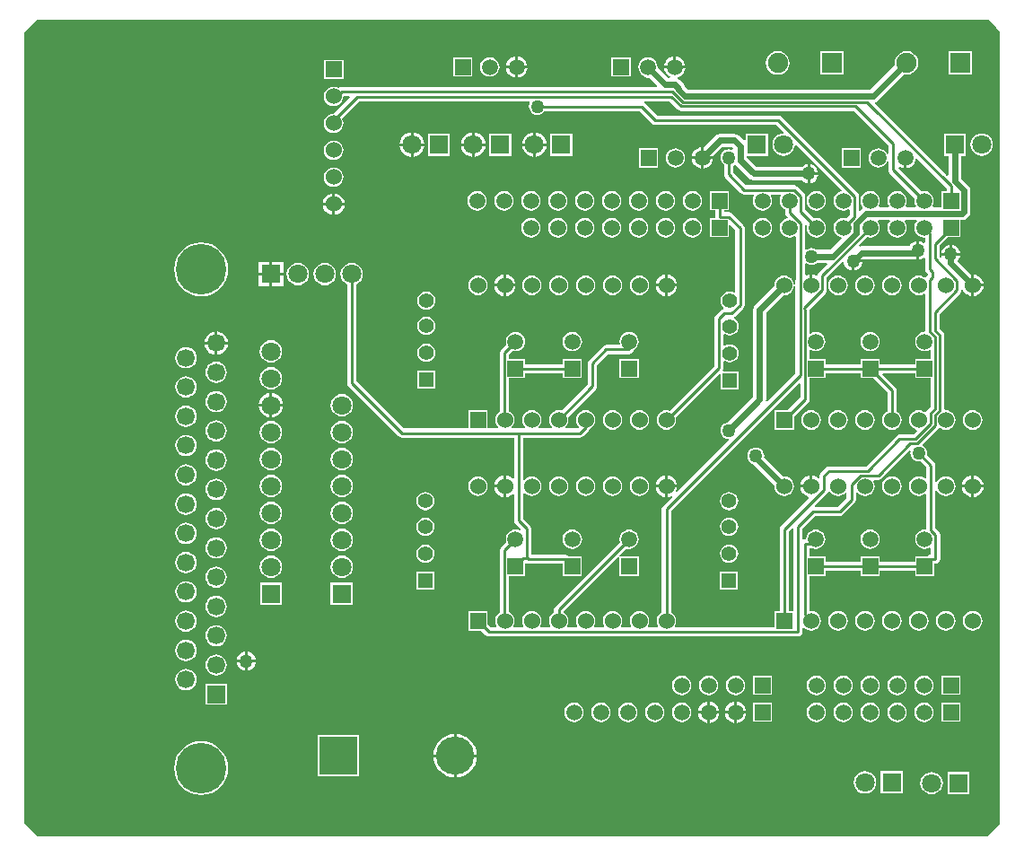
<source format=gbl>
G04*
G04 #@! TF.GenerationSoftware,Altium Limited,Altium Designer,18.1.7 (191)*
G04*
G04 Layer_Physical_Order=2*
G04 Layer_Color=16711680*
%FSLAX44Y44*%
%MOMM*%
G71*
G01*
G75*
%ADD13C,0.2540*%
%ADD40C,0.6096*%
%ADD41C,3.6000*%
%ADD42R,3.6000X3.6000*%
%ADD43C,1.8000*%
%ADD44R,1.8000X1.8000*%
%ADD45R,1.9000X1.9000*%
%ADD46C,1.9000*%
%ADD47C,1.5240*%
%ADD48R,1.5240X1.5240*%
%ADD49R,1.5240X1.5240*%
%ADD50C,1.5000*%
%ADD51R,1.5000X1.5000*%
%ADD52R,1.8000X1.8000*%
%ADD53C,1.6900*%
%ADD54R,1.6900X1.6900*%
%ADD55C,4.7600*%
%ADD56C,1.4000*%
%ADD57R,1.4000X1.4000*%
%ADD58R,1.5000X1.5000*%
%ADD59C,1.2700*%
G36*
X1392972Y1105587D02*
X1396021Y1101871D01*
Y354353D01*
X1384155Y342488D01*
X1373659Y342488D01*
X794930Y342488D01*
X488083Y342844D01*
X475788Y355670D01*
Y1101066D01*
X488647Y1113028D01*
X1385531D01*
X1392972Y1105587D01*
D02*
G37*
%LPC*%
G36*
X1090678Y1078505D02*
Y1069816D01*
X1099367D01*
X1099189Y1071167D01*
X1098178Y1073609D01*
X1096568Y1075706D01*
X1094471Y1077316D01*
X1092029Y1078327D01*
X1090678Y1078505D01*
D02*
G37*
G36*
X1088138D02*
X1086787Y1078327D01*
X1084344Y1077316D01*
X1082247Y1075706D01*
X1080638Y1073609D01*
X1079626Y1071167D01*
X1079448Y1069816D01*
X1088138D01*
Y1078505D01*
D02*
G37*
G36*
X941523D02*
Y1069816D01*
X950212D01*
X950034Y1071167D01*
X949023Y1073609D01*
X947413Y1075706D01*
X945316Y1077316D01*
X942874Y1078327D01*
X941523Y1078505D01*
D02*
G37*
G36*
X938983D02*
X937632Y1078327D01*
X935190Y1077316D01*
X933092Y1075706D01*
X931483Y1073609D01*
X930471Y1071167D01*
X930294Y1069816D01*
X938983D01*
Y1078505D01*
D02*
G37*
G36*
X1369863Y1083573D02*
X1347815D01*
Y1061525D01*
X1369863D01*
Y1083573D01*
D02*
G37*
G36*
X1248303Y1083414D02*
X1226255D01*
Y1061366D01*
X1248303D01*
Y1083414D01*
D02*
G37*
G36*
X1186479Y1083509D02*
X1183601Y1083130D01*
X1180919Y1082019D01*
X1178616Y1080252D01*
X1176849Y1077950D01*
X1175739Y1075268D01*
X1175360Y1072390D01*
X1175739Y1069512D01*
X1176849Y1066830D01*
X1178616Y1064528D01*
X1180919Y1062760D01*
X1183601Y1061650D01*
X1186479Y1061271D01*
X1189357Y1061650D01*
X1192038Y1062760D01*
X1194341Y1064528D01*
X1196108Y1066830D01*
X1197219Y1069512D01*
X1197598Y1072390D01*
X1197219Y1075268D01*
X1196108Y1077950D01*
X1194341Y1080252D01*
X1192038Y1082019D01*
X1189357Y1083130D01*
X1186479Y1083509D01*
D02*
G37*
G36*
X1047632Y1077570D02*
X1029584D01*
Y1059522D01*
X1047632D01*
Y1077570D01*
D02*
G37*
G36*
X898477D02*
X880429D01*
Y1059522D01*
X898477D01*
Y1077570D01*
D02*
G37*
G36*
X914853Y1077648D02*
X912497Y1077337D01*
X910302Y1076428D01*
X908417Y1074982D01*
X906970Y1073097D01*
X906061Y1070901D01*
X905751Y1068546D01*
X906061Y1066190D01*
X906970Y1063995D01*
X908417Y1062110D01*
X910302Y1060663D01*
X912497Y1059754D01*
X914853Y1059444D01*
X917209Y1059754D01*
X919404Y1060663D01*
X921289Y1062110D01*
X922735Y1063995D01*
X923645Y1066190D01*
X923955Y1068546D01*
X923645Y1070901D01*
X922735Y1073097D01*
X921289Y1074982D01*
X919404Y1076428D01*
X917209Y1077337D01*
X914853Y1077648D01*
D02*
G37*
G36*
X950212Y1067276D02*
X941523D01*
Y1058586D01*
X942874Y1058764D01*
X945316Y1059776D01*
X947413Y1061385D01*
X949023Y1063483D01*
X950034Y1065925D01*
X950212Y1067276D01*
D02*
G37*
G36*
X938983D02*
X930294D01*
X930471Y1065925D01*
X931483Y1063483D01*
X933092Y1061385D01*
X935190Y1059776D01*
X937632Y1058764D01*
X938983Y1058586D01*
Y1067276D01*
D02*
G37*
G36*
X776718Y1075333D02*
X758430D01*
Y1057045D01*
X776718D01*
Y1075333D01*
D02*
G37*
G36*
X1308039Y1083668D02*
X1305161Y1083289D01*
X1302479Y1082178D01*
X1300176Y1080411D01*
X1298409Y1078108D01*
X1297298Y1075427D01*
X1296920Y1072549D01*
X1297198Y1070429D01*
X1274299Y1047530D01*
X1101705D01*
X1099059Y1050176D01*
X1098968Y1050634D01*
X1097631Y1052635D01*
X1093782Y1056484D01*
X1092226Y1057523D01*
X1092173Y1057857D01*
X1092361Y1058902D01*
X1094471Y1059776D01*
X1096568Y1061385D01*
X1098178Y1063483D01*
X1099189Y1065925D01*
X1099367Y1067276D01*
X1079448D01*
X1079626Y1065925D01*
X1080638Y1063483D01*
X1082247Y1061385D01*
X1084344Y1059776D01*
X1084866Y1059560D01*
X1084613Y1058290D01*
X1082984D01*
X1073065Y1068209D01*
X1073110Y1068546D01*
X1072800Y1070901D01*
X1071890Y1073097D01*
X1070444Y1074982D01*
X1068559Y1076428D01*
X1066364Y1077337D01*
X1064008Y1077648D01*
X1061652Y1077337D01*
X1059457Y1076428D01*
X1057572Y1074982D01*
X1056125Y1073097D01*
X1055216Y1070901D01*
X1054906Y1068546D01*
X1055216Y1066190D01*
X1056125Y1063995D01*
X1057572Y1062110D01*
X1059348Y1060747D01*
X1059648Y1060298D01*
X1059743Y1060203D01*
X1061743Y1058866D01*
X1064103Y1058397D01*
X1065215Y1058618D01*
X1072753Y1051080D01*
X1072267Y1049906D01*
X775418Y1049906D01*
X773752Y1049575D01*
X772358Y1048643D01*
X772186Y1048776D01*
X769961Y1049697D01*
X767574Y1050012D01*
X765187Y1049697D01*
X762963Y1048776D01*
X761053Y1047310D01*
X759587Y1045400D01*
X758665Y1043176D01*
X758351Y1040789D01*
X758665Y1038402D01*
X759587Y1036177D01*
X761053Y1034267D01*
X762963Y1032801D01*
X765187Y1031880D01*
X767574Y1031566D01*
X769961Y1031880D01*
X772186Y1032801D01*
X774096Y1034267D01*
X775561Y1036177D01*
X776483Y1038402D01*
X776795Y1040773D01*
X777221Y1041199D01*
X782485D01*
X782971Y1040026D01*
X767554Y1024609D01*
X765187Y1024297D01*
X762963Y1023376D01*
X761053Y1021910D01*
X759587Y1020000D01*
X758665Y1017776D01*
X758351Y1015389D01*
X758665Y1013002D01*
X759587Y1010777D01*
X761053Y1008867D01*
X762963Y1007401D01*
X765187Y1006480D01*
X767574Y1006166D01*
X769961Y1006480D01*
X772186Y1007401D01*
X774096Y1008867D01*
X775561Y1010777D01*
X776483Y1013002D01*
X776797Y1015389D01*
X776483Y1017776D01*
X775561Y1020000D01*
X775430Y1020171D01*
X791531Y1036271D01*
X952214D01*
X952726Y1035001D01*
X952019Y1033296D01*
X951749Y1031240D01*
X952019Y1029184D01*
X952813Y1027269D01*
X954075Y1025624D01*
X955720Y1024362D01*
X957635Y1023569D01*
X959691Y1023298D01*
X961746Y1023569D01*
X963662Y1024362D01*
X965306Y1025624D01*
X966275Y1026886D01*
X1056533D01*
X1068095Y1015324D01*
X1069508Y1014380D01*
X1071174Y1014049D01*
X1185102D01*
X1192026Y1007125D01*
X1191526Y1005829D01*
X1189317Y1005538D01*
X1186757Y1004478D01*
X1184558Y1002791D01*
X1182871Y1000592D01*
X1181811Y998032D01*
X1181449Y995285D01*
X1181811Y992538D01*
X1182871Y989978D01*
X1184558Y987779D01*
X1186757Y986092D01*
X1189317Y985032D01*
X1192064Y984670D01*
X1194811Y985032D01*
X1197372Y986092D01*
X1199570Y987779D01*
X1201257Y989978D01*
X1202317Y992538D01*
X1202608Y994747D01*
X1203904Y995247D01*
X1246775Y952375D01*
X1246367Y951173D01*
X1246054Y951132D01*
X1243859Y950222D01*
X1241974Y948776D01*
X1240528Y946891D01*
X1239618Y944696D01*
X1239308Y942340D01*
X1239618Y939984D01*
X1240528Y937789D01*
X1241974Y935904D01*
X1243859Y934458D01*
X1246054Y933548D01*
X1248410Y933238D01*
X1250766Y933548D01*
X1252961Y934458D01*
X1253211Y934650D01*
X1254350Y934088D01*
Y929037D01*
X1250963Y925650D01*
X1250766Y925732D01*
X1248410Y926042D01*
X1246054Y925732D01*
X1243859Y924822D01*
X1241974Y923376D01*
X1240528Y921491D01*
X1239618Y919296D01*
X1239308Y916940D01*
X1239618Y914584D01*
X1240528Y912389D01*
X1241974Y910504D01*
X1243859Y909058D01*
X1246054Y908148D01*
X1246324Y908113D01*
X1246732Y906910D01*
X1235876Y896054D01*
X1223292D01*
X1222365Y896766D01*
X1220450Y897559D01*
X1218394Y897830D01*
X1216339Y897559D01*
X1214423Y896766D01*
X1213528Y896078D01*
X1212258Y896705D01*
Y919712D01*
X1213351Y920165D01*
X1214219Y919297D01*
X1214218Y919296D01*
X1213908Y916940D01*
X1214218Y914584D01*
X1215128Y912389D01*
X1216574Y910504D01*
X1218459Y909058D01*
X1220654Y908148D01*
X1223010Y907838D01*
X1225366Y908148D01*
X1227561Y909058D01*
X1229446Y910504D01*
X1230892Y912389D01*
X1231802Y914584D01*
X1232112Y916940D01*
X1231802Y919296D01*
X1230892Y921491D01*
X1229446Y923376D01*
X1227561Y924822D01*
X1225366Y925732D01*
X1223010Y926042D01*
X1220654Y925732D01*
X1220457Y925650D01*
X1212258Y933849D01*
Y946604D01*
X1211926Y948270D01*
X1210983Y949682D01*
X1204952Y955713D01*
X1203540Y956656D01*
X1201874Y956988D01*
X1156540D01*
X1144581Y968946D01*
Y975538D01*
X1145428Y976249D01*
X1146789Y976150D01*
X1159279Y963660D01*
X1161279Y962324D01*
X1163639Y961854D01*
X1163639Y961854D01*
X1209351D01*
X1209485Y961680D01*
X1211342Y960255D01*
X1213504Y959359D01*
X1214555Y959221D01*
Y968021D01*
Y976820D01*
X1213504Y976682D01*
X1211342Y975786D01*
X1209485Y974361D01*
X1209351Y974187D01*
X1166193D01*
X1157316Y983065D01*
Y984761D01*
X1177188D01*
Y1005809D01*
X1156140D01*
Y999506D01*
X1154870Y998980D01*
X1150090Y1003760D01*
X1148090Y1005096D01*
X1145730Y1005566D01*
X1131936D01*
X1129577Y1005096D01*
X1127576Y1003760D01*
X1116642Y992826D01*
Y984105D01*
X1125363D01*
X1134491Y993233D01*
X1143176D01*
X1144258Y992151D01*
X1144174Y991275D01*
X1142918Y990516D01*
X1142283Y990779D01*
X1140227Y991050D01*
X1138172Y990779D01*
X1136256Y989986D01*
X1134612Y988723D01*
X1133349Y987079D01*
X1132556Y985163D01*
X1132285Y983108D01*
X1132556Y981052D01*
X1133349Y979137D01*
X1134612Y977492D01*
X1135874Y976523D01*
Y967143D01*
X1136205Y965477D01*
X1137149Y964064D01*
X1151658Y949556D01*
X1153070Y948612D01*
X1154736Y948280D01*
X1163958D01*
X1164520Y947141D01*
X1164328Y946891D01*
X1163418Y944696D01*
X1163108Y942340D01*
X1163418Y939984D01*
X1164328Y937789D01*
X1165774Y935904D01*
X1167659Y934458D01*
X1169854Y933548D01*
X1172210Y933238D01*
X1174566Y933548D01*
X1176761Y934458D01*
X1178646Y935904D01*
X1180092Y937789D01*
X1181002Y939984D01*
X1181312Y942340D01*
X1181002Y944696D01*
X1180092Y946891D01*
X1179900Y947141D01*
X1180462Y948280D01*
X1189358D01*
X1189920Y947141D01*
X1189728Y946891D01*
X1188818Y944696D01*
X1188508Y942340D01*
X1188818Y939984D01*
X1189728Y937789D01*
X1191174Y935904D01*
X1193059Y934458D01*
X1193256Y934376D01*
Y931498D01*
X1193588Y929832D01*
X1194531Y928419D01*
X1195975Y926975D01*
X1195567Y925773D01*
X1195254Y925732D01*
X1193059Y924822D01*
X1191174Y923376D01*
X1189728Y921491D01*
X1188818Y919296D01*
X1188508Y916940D01*
X1188818Y914584D01*
X1189728Y912389D01*
X1191174Y910504D01*
X1193059Y909058D01*
X1195254Y908148D01*
X1197610Y907838D01*
X1199966Y908148D01*
X1202161Y909058D01*
X1202411Y909250D01*
X1203550Y908688D01*
Y868399D01*
X1203245Y866866D01*
Y779272D01*
X1176456Y752483D01*
X1175286Y753108D01*
X1175620Y754790D01*
Y836839D01*
X1192169Y853388D01*
X1192613Y853330D01*
X1195000Y853644D01*
X1197225Y854565D01*
X1199135Y856031D01*
X1200600Y857941D01*
X1201522Y860165D01*
X1201836Y862553D01*
X1201522Y864940D01*
X1200600Y867164D01*
X1199135Y869074D01*
X1197225Y870540D01*
X1195000Y871461D01*
X1192613Y871775D01*
X1190226Y871461D01*
X1188002Y870540D01*
X1186092Y869074D01*
X1184626Y867164D01*
X1183705Y864940D01*
X1183390Y862553D01*
X1183449Y862109D01*
X1165094Y843754D01*
X1163757Y841753D01*
X1163287Y839393D01*
Y757344D01*
X1139330Y733387D01*
X1138172Y733235D01*
X1136256Y732441D01*
X1134612Y731179D01*
X1133349Y729534D01*
X1132556Y727619D01*
X1132285Y725563D01*
X1132556Y723508D01*
X1133349Y721592D01*
X1134612Y719948D01*
X1136256Y718685D01*
X1138172Y717892D01*
X1139849Y717671D01*
X1140436Y716463D01*
X1091580Y667606D01*
X1090503Y668325D01*
X1091359Y670392D01*
X1091541Y671775D01*
X1082730D01*
Y662964D01*
X1084113Y663146D01*
X1086180Y664002D01*
X1086899Y662925D01*
X1078382Y654408D01*
X1077438Y652996D01*
X1077107Y651330D01*
Y554138D01*
X1076849Y554032D01*
X1074939Y552566D01*
X1073473Y550656D01*
X1072552Y548432D01*
X1072238Y546045D01*
X1072552Y543657D01*
X1073473Y541433D01*
X1073711Y541123D01*
X1073149Y539984D01*
X1064372D01*
X1063810Y541123D01*
X1064048Y541433D01*
X1064969Y543657D01*
X1065283Y546045D01*
X1064969Y548432D01*
X1064048Y550656D01*
X1062582Y552566D01*
X1060672Y554032D01*
X1058447Y554953D01*
X1056060Y555267D01*
X1053673Y554953D01*
X1051449Y554032D01*
X1049539Y552566D01*
X1048073Y550656D01*
X1047152Y548432D01*
X1046838Y546045D01*
X1047152Y543657D01*
X1048073Y541433D01*
X1048311Y541123D01*
X1047749Y539984D01*
X1038972D01*
X1038410Y541123D01*
X1038648Y541433D01*
X1039569Y543657D01*
X1039883Y546045D01*
X1039569Y548432D01*
X1038648Y550656D01*
X1037182Y552566D01*
X1035272Y554032D01*
X1033047Y554953D01*
X1030660Y555267D01*
X1028273Y554953D01*
X1026049Y554032D01*
X1024139Y552566D01*
X1022673Y550656D01*
X1021752Y548432D01*
X1021438Y546045D01*
X1021752Y543657D01*
X1022673Y541433D01*
X1022911Y541123D01*
X1022349Y539984D01*
X1013572D01*
X1013010Y541123D01*
X1013248Y541433D01*
X1014169Y543657D01*
X1014483Y546045D01*
X1014169Y548432D01*
X1013248Y550656D01*
X1011782Y552566D01*
X1009872Y554032D01*
X1007647Y554953D01*
X1005260Y555267D01*
X1002873Y554953D01*
X1000649Y554032D01*
X998739Y552566D01*
X997273Y550656D01*
X996352Y548432D01*
X996038Y546045D01*
X996352Y543657D01*
X997273Y541433D01*
X997511Y541123D01*
X996949Y539984D01*
X988172D01*
X987610Y541123D01*
X987848Y541433D01*
X988769Y543657D01*
X989083Y546045D01*
X988769Y548432D01*
X987848Y550656D01*
X986382Y552566D01*
X984822Y553763D01*
X984665Y554974D01*
X984731Y555299D01*
X1036036Y606604D01*
X1037306Y606078D01*
X1037306Y605658D01*
Y588631D01*
X1055354D01*
Y606679D01*
X1038364D01*
X1037907Y606679D01*
X1037381Y607949D01*
X1043777Y614345D01*
X1043974Y614263D01*
X1046330Y613953D01*
X1048686Y614263D01*
X1050881Y615172D01*
X1052766Y616619D01*
X1054213Y618504D01*
X1055122Y620699D01*
X1055432Y623055D01*
X1055122Y625410D01*
X1054213Y627606D01*
X1052766Y629491D01*
X1050881Y630937D01*
X1048686Y631846D01*
X1046330Y632156D01*
X1043974Y631846D01*
X1041779Y630937D01*
X1039894Y629491D01*
X1038448Y627606D01*
X1037538Y625410D01*
X1037228Y623055D01*
X1037538Y620699D01*
X1037620Y620502D01*
X976782Y559663D01*
X975838Y558251D01*
X975507Y556585D01*
Y554138D01*
X975249Y554032D01*
X973339Y552566D01*
X971873Y550656D01*
X970952Y548432D01*
X970638Y546045D01*
X970952Y543657D01*
X971873Y541433D01*
X972111Y541123D01*
X971549Y539984D01*
X962772D01*
X962210Y541123D01*
X962448Y541433D01*
X963369Y543657D01*
X963683Y546045D01*
X963369Y548432D01*
X962448Y550656D01*
X960982Y552566D01*
X959072Y554032D01*
X956848Y554953D01*
X954461Y555267D01*
X952073Y554953D01*
X949849Y554032D01*
X947939Y552566D01*
X946473Y550656D01*
X945552Y548432D01*
X945238Y546045D01*
X945552Y543657D01*
X946473Y541433D01*
X946711Y541123D01*
X946149Y539984D01*
X937372D01*
X936810Y541123D01*
X937048Y541433D01*
X937969Y543657D01*
X938283Y546045D01*
X937969Y548432D01*
X937048Y550656D01*
X935582Y552566D01*
X933672Y554032D01*
X933243Y554209D01*
Y588631D01*
X948207D01*
Y599688D01*
X949477Y600367D01*
X949949Y600051D01*
X951615Y599720D01*
X983733D01*
Y588631D01*
X1001781D01*
Y606679D01*
X989890D01*
X989417Y607152D01*
X988004Y608096D01*
X986338Y608427D01*
X953831D01*
Y633349D01*
X953500Y635015D01*
X952556Y636427D01*
X946363Y642620D01*
Y666490D01*
X947633Y666921D01*
X947939Y666523D01*
X949849Y665057D01*
X952073Y664136D01*
X954461Y663822D01*
X956848Y664136D01*
X959072Y665057D01*
X960982Y666523D01*
X962448Y668433D01*
X963369Y670657D01*
X963683Y673045D01*
X963369Y675432D01*
X962448Y677656D01*
X960982Y679566D01*
X959072Y681032D01*
X956848Y681953D01*
X954461Y682267D01*
X952073Y681953D01*
X949849Y681032D01*
X947939Y679566D01*
X947633Y679168D01*
X946363Y679599D01*
Y718859D01*
X999832D01*
X1001498Y719191D01*
X1002910Y720134D01*
X1008339Y725563D01*
X1009283Y726976D01*
X1009358Y727352D01*
X1009872Y727565D01*
X1011782Y729031D01*
X1013248Y730941D01*
X1014169Y733166D01*
X1014483Y735553D01*
X1014169Y737940D01*
X1013248Y740164D01*
X1011782Y742074D01*
X1009872Y743540D01*
X1007647Y744461D01*
X1005260Y744775D01*
X1002873Y744461D01*
X1000649Y743540D01*
X998739Y742074D01*
X997273Y740164D01*
X996352Y737940D01*
X996038Y735553D01*
X996352Y733166D01*
X997273Y730941D01*
X998739Y729031D01*
X998772Y728529D01*
X997850Y727567D01*
X986449D01*
X986041Y728769D01*
X986382Y729031D01*
X987848Y730941D01*
X988769Y733166D01*
X989083Y735553D01*
X988769Y737940D01*
X988662Y738197D01*
X1014821Y764356D01*
X1015765Y765769D01*
X1016096Y767435D01*
Y787270D01*
X1026495Y797669D01*
X1046330D01*
X1047996Y798000D01*
X1049409Y798944D01*
X1050352Y800356D01*
X1050577Y801486D01*
X1050881Y801612D01*
X1052766Y803059D01*
X1054213Y804944D01*
X1055122Y807139D01*
X1055432Y809495D01*
X1055122Y811850D01*
X1054213Y814046D01*
X1052766Y815931D01*
X1050881Y817377D01*
X1048686Y818286D01*
X1046330Y818597D01*
X1043974Y818286D01*
X1041779Y817377D01*
X1039894Y815931D01*
X1038448Y814046D01*
X1037538Y811850D01*
X1037228Y809495D01*
X1037472Y807646D01*
X1036624Y806376D01*
X1024691D01*
X1023025Y806044D01*
X1021613Y805101D01*
X1008664Y792152D01*
X1007720Y790740D01*
X1007389Y789074D01*
Y769238D01*
X982505Y744354D01*
X982247Y744461D01*
X979861Y744775D01*
X977473Y744461D01*
X975249Y743540D01*
X973339Y742074D01*
X971873Y740164D01*
X970952Y737940D01*
X970638Y735553D01*
X970952Y733166D01*
X971873Y730941D01*
X973339Y729031D01*
X973680Y728769D01*
X973272Y727567D01*
X961049D01*
X960641Y728769D01*
X960982Y729031D01*
X962448Y730941D01*
X963369Y733166D01*
X963683Y735553D01*
X963369Y737940D01*
X962448Y740164D01*
X960982Y742074D01*
X959072Y743540D01*
X956848Y744461D01*
X954461Y744775D01*
X952073Y744461D01*
X949849Y743540D01*
X947939Y742074D01*
X946473Y740164D01*
X945552Y737940D01*
X945238Y735553D01*
X945552Y733166D01*
X946473Y730941D01*
X947939Y729031D01*
X948280Y728769D01*
X947872Y727567D01*
X935649D01*
X935241Y728769D01*
X935582Y729031D01*
X937048Y730941D01*
X937969Y733166D01*
X938283Y735553D01*
X937969Y737940D01*
X937048Y740164D01*
X935582Y742074D01*
X933672Y743540D01*
X933243Y743717D01*
Y775071D01*
X948207D01*
Y779741D01*
X983733D01*
Y775071D01*
X1001781D01*
Y793119D01*
X983733D01*
Y788448D01*
X948207D01*
Y793119D01*
X933243D01*
Y797397D01*
X936630Y800785D01*
X936828Y800703D01*
X939184Y800393D01*
X941539Y800703D01*
X943734Y801612D01*
X945620Y803059D01*
X947066Y804944D01*
X947975Y807139D01*
X948285Y809495D01*
X947975Y811850D01*
X947066Y814046D01*
X945620Y815931D01*
X943734Y817377D01*
X941539Y818286D01*
X939184Y818597D01*
X936828Y818286D01*
X934633Y817377D01*
X932747Y815931D01*
X931301Y814046D01*
X930392Y811850D01*
X930082Y809495D01*
X930392Y807139D01*
X930473Y806942D01*
X925811Y802279D01*
X924867Y800867D01*
X924536Y799201D01*
Y743576D01*
X924449Y743540D01*
X922539Y742074D01*
X921073Y740164D01*
X920152Y737940D01*
X919838Y735553D01*
X920152Y733166D01*
X921073Y730941D01*
X922539Y729031D01*
X922880Y728769D01*
X922472Y727567D01*
X912804D01*
Y744697D01*
X894517D01*
Y727567D01*
X833489D01*
X788936Y772120D01*
Y863620D01*
X789890Y864015D01*
X792088Y865702D01*
X793775Y867900D01*
X794835Y870461D01*
X795197Y873208D01*
X794835Y875955D01*
X793775Y878515D01*
X792088Y880714D01*
X789890Y882401D01*
X787329Y883461D01*
X784582Y883823D01*
X781835Y883461D01*
X779275Y882401D01*
X777076Y880714D01*
X775389Y878515D01*
X774329Y875955D01*
X773967Y873208D01*
X774329Y870461D01*
X775389Y867900D01*
X777076Y865702D01*
X779275Y864015D01*
X780228Y863620D01*
Y770317D01*
X780560Y768651D01*
X781504Y767238D01*
X828607Y720134D01*
X830020Y719191D01*
X831686Y718859D01*
X937656D01*
Y680508D01*
X936453Y680099D01*
X936307Y680291D01*
X934184Y681919D01*
X931713Y682943D01*
X930331Y683125D01*
Y673045D01*
Y662964D01*
X931713Y663146D01*
X934184Y664170D01*
X936307Y665798D01*
X936453Y665990D01*
X937656Y665581D01*
Y640816D01*
X937988Y639150D01*
X938931Y637738D01*
X944335Y632334D01*
X944287Y632043D01*
X942876Y631292D01*
X941539Y631846D01*
X939184Y632156D01*
X936828Y631846D01*
X934633Y630937D01*
X932747Y629491D01*
X931301Y627606D01*
X930392Y625410D01*
X930082Y623055D01*
X930392Y620699D01*
X930473Y620502D01*
X925811Y615839D01*
X924867Y614427D01*
X924536Y612761D01*
Y554068D01*
X924449Y554032D01*
X922539Y552566D01*
X921073Y550656D01*
X920152Y548432D01*
X919838Y546045D01*
X920152Y543657D01*
X921073Y541433D01*
X921311Y541123D01*
X920749Y539984D01*
X915878D01*
X912804Y543058D01*
Y555188D01*
X894517D01*
Y536900D01*
X906647D01*
X910996Y532552D01*
X912408Y531608D01*
X914074Y531277D01*
X1205293D01*
X1206959Y531608D01*
X1208372Y532552D01*
X1209315Y533964D01*
X1209647Y535630D01*
Y539841D01*
X1210917Y540272D01*
X1211491Y539523D01*
X1213402Y538057D01*
X1215626Y537136D01*
X1218013Y536822D01*
X1220400Y537136D01*
X1222625Y538057D01*
X1224535Y539523D01*
X1226000Y541433D01*
X1226922Y543657D01*
X1227236Y546045D01*
X1226922Y548432D01*
X1226000Y550656D01*
X1224535Y552566D01*
X1222625Y554032D01*
X1220400Y554953D01*
X1218013Y555267D01*
X1217366Y555182D01*
X1216412Y556020D01*
Y588631D01*
X1231376D01*
Y593301D01*
X1264681D01*
Y588631D01*
X1282729D01*
Y593301D01*
X1316034D01*
Y588631D01*
X1334082D01*
Y599888D01*
X1335352D01*
X1337018Y600219D01*
X1338431Y601163D01*
X1339375Y602575D01*
X1339706Y604241D01*
Y627318D01*
X1339375Y628985D01*
X1338431Y630397D01*
X1335400Y633428D01*
Y669040D01*
X1336670Y669293D01*
X1337026Y668433D01*
X1338492Y666523D01*
X1340402Y665057D01*
X1342626Y664136D01*
X1345013Y663822D01*
X1347400Y664136D01*
X1349625Y665057D01*
X1351535Y666523D01*
X1353000Y668433D01*
X1353922Y670657D01*
X1354236Y673045D01*
X1353922Y675432D01*
X1353000Y677656D01*
X1351535Y679566D01*
X1349625Y681032D01*
X1347400Y681953D01*
X1345013Y682267D01*
X1342626Y681953D01*
X1340402Y681032D01*
X1338492Y679566D01*
X1337026Y677656D01*
X1336670Y676796D01*
X1335400Y677048D01*
Y692725D01*
X1335068Y694391D01*
X1334124Y695804D01*
X1327347Y702580D01*
X1327555Y704158D01*
X1327284Y706213D01*
X1326491Y708129D01*
X1325229Y709774D01*
X1323584Y711036D01*
X1323328Y711142D01*
X1323080Y712388D01*
X1337678Y726985D01*
X1338150Y727692D01*
X1339751Y728064D01*
X1340402Y727565D01*
X1342626Y726644D01*
X1345013Y726330D01*
X1347400Y726644D01*
X1349625Y727565D01*
X1351535Y729031D01*
X1353000Y730941D01*
X1353922Y733166D01*
X1354236Y735553D01*
X1353922Y737940D01*
X1353000Y740164D01*
X1351535Y742074D01*
X1349625Y743540D01*
X1347400Y744461D01*
X1345013Y744775D01*
X1343770Y745893D01*
Y815442D01*
X1343439Y817108D01*
X1342495Y818520D01*
X1338953Y822063D01*
Y835608D01*
X1358506Y855161D01*
X1359449Y856573D01*
X1359781Y858239D01*
Y858353D01*
X1361051Y858606D01*
X1361538Y857429D01*
X1363167Y855306D01*
X1365289Y853678D01*
X1367761Y852654D01*
X1369143Y852472D01*
Y862552D01*
Y872633D01*
X1369064Y872623D01*
X1356010Y885676D01*
X1357390Y887475D01*
X1358286Y889637D01*
X1358424Y890688D01*
X1340825D01*
X1340963Y889637D01*
X1341214Y889032D01*
X1340137Y888313D01*
X1338953Y889498D01*
Y899726D01*
X1347143Y907916D01*
X1359034D01*
Y924101D01*
X1360229D01*
X1362589Y924571D01*
X1364590Y925908D01*
X1366442Y927760D01*
X1367779Y929761D01*
X1368248Y932121D01*
Y952360D01*
X1367779Y954720D01*
X1366442Y956721D01*
X1359741Y963422D01*
Y984761D01*
X1364098D01*
Y1005809D01*
X1343050D01*
Y984761D01*
X1347408D01*
Y966589D01*
X1346234Y966103D01*
X1278045Y1034292D01*
X1278414Y1035508D01*
X1279213Y1035667D01*
X1281214Y1037003D01*
X1305919Y1061709D01*
X1308039Y1061430D01*
X1310916Y1061808D01*
X1313598Y1062919D01*
X1315901Y1064686D01*
X1317668Y1066989D01*
X1318779Y1069671D01*
X1319158Y1072549D01*
X1318779Y1075427D01*
X1317668Y1078108D01*
X1315901Y1080411D01*
X1313598Y1082178D01*
X1310916Y1083289D01*
X1308039Y1083668D01*
D02*
G37*
G36*
X900450Y1006806D02*
Y996604D01*
X910652D01*
X910422Y998346D01*
X909260Y1001154D01*
X907410Y1003564D01*
X904999Y1005414D01*
X902192Y1006577D01*
X900450Y1006806D01*
D02*
G37*
G36*
X958192Y1006806D02*
Y996604D01*
X968395D01*
X968165Y998346D01*
X967002Y1001154D01*
X965153Y1003564D01*
X962742Y1005414D01*
X959935Y1006577D01*
X958192Y1006806D01*
D02*
G37*
G36*
X842707D02*
Y996604D01*
X852909D01*
X852680Y998346D01*
X851517Y1001154D01*
X849667Y1003564D01*
X847256Y1005414D01*
X844449Y1006577D01*
X842707Y1006806D01*
D02*
G37*
G36*
X955652D02*
X953910Y1006577D01*
X951103Y1005414D01*
X948692Y1003564D01*
X946842Y1001154D01*
X945679Y998346D01*
X945450Y996604D01*
X955652D01*
Y1006806D01*
D02*
G37*
G36*
X840167D02*
X838424Y1006577D01*
X835617Y1005414D01*
X833206Y1003564D01*
X831356Y1001154D01*
X830194Y998346D01*
X829964Y996604D01*
X840167D01*
Y1006806D01*
D02*
G37*
G36*
X897910D02*
X896167Y1006577D01*
X893360Y1005414D01*
X890949Y1003564D01*
X889099Y1001154D01*
X887936Y998346D01*
X887707Y996604D01*
X897910D01*
Y1006806D01*
D02*
G37*
G36*
X992846Y1005858D02*
X971798D01*
Y984810D01*
X992846D01*
Y1005858D01*
D02*
G37*
G36*
X935103D02*
X914055D01*
Y984810D01*
X935103D01*
Y1005858D01*
D02*
G37*
G36*
X877361D02*
X856313D01*
Y984810D01*
X877361D01*
Y1005858D01*
D02*
G37*
G36*
X1378974Y1005900D02*
X1376227Y1005538D01*
X1373667Y1004478D01*
X1371469Y1002791D01*
X1369782Y1000592D01*
X1368721Y998032D01*
X1368360Y995285D01*
X1368721Y992538D01*
X1369782Y989978D01*
X1371469Y987779D01*
X1373667Y986092D01*
X1376227Y985032D01*
X1378974Y984670D01*
X1381722Y985032D01*
X1384282Y986092D01*
X1386480Y987779D01*
X1388167Y989978D01*
X1389227Y992538D01*
X1389589Y995285D01*
X1389227Y998032D01*
X1388167Y1000592D01*
X1386480Y1002791D01*
X1384282Y1004478D01*
X1381722Y1005538D01*
X1378974Y1005900D01*
D02*
G37*
G36*
X1114102Y992794D02*
X1112751Y992617D01*
X1110309Y991605D01*
X1108212Y989996D01*
X1106602Y987898D01*
X1105591Y985456D01*
X1105413Y984105D01*
X1114102D01*
Y992794D01*
D02*
G37*
G36*
X910652Y994064D02*
X900450D01*
Y983862D01*
X902192Y984091D01*
X904999Y985254D01*
X907410Y987104D01*
X909260Y989514D01*
X910422Y992321D01*
X910652Y994064D01*
D02*
G37*
G36*
X968395D02*
X958192D01*
Y983861D01*
X959935Y984091D01*
X962742Y985254D01*
X965153Y987104D01*
X967002Y989514D01*
X968165Y992321D01*
X968395Y994064D01*
D02*
G37*
G36*
X852909D02*
X842707D01*
Y983861D01*
X844449Y984091D01*
X847256Y985254D01*
X849667Y987104D01*
X851517Y989514D01*
X852680Y992321D01*
X852909Y994064D01*
D02*
G37*
G36*
X955652D02*
X945450D01*
X945679Y992321D01*
X946842Y989514D01*
X948692Y987104D01*
X951103Y985254D01*
X953910Y984091D01*
X955652Y983861D01*
Y994064D01*
D02*
G37*
G36*
X840167D02*
X829964D01*
X830194Y992321D01*
X831356Y989514D01*
X833206Y987104D01*
X835617Y985254D01*
X838424Y984091D01*
X840167Y983861D01*
Y994064D01*
D02*
G37*
G36*
X897910D02*
X887707D01*
X887936Y992321D01*
X889099Y989514D01*
X890949Y987104D01*
X893360Y985254D01*
X896167Y984091D01*
X897910Y983861D01*
Y994064D01*
D02*
G37*
G36*
X767574Y999212D02*
X765187Y998897D01*
X762963Y997976D01*
X761053Y996510D01*
X759587Y994600D01*
X758665Y992376D01*
X758351Y989989D01*
X758665Y987602D01*
X759587Y985377D01*
X761053Y983467D01*
X762963Y982001D01*
X765187Y981080D01*
X767574Y980766D01*
X769961Y981080D01*
X772186Y982001D01*
X774096Y983467D01*
X775561Y985377D01*
X776483Y987602D01*
X776797Y989989D01*
X776483Y992376D01*
X775561Y994600D01*
X774096Y996510D01*
X772186Y997976D01*
X769961Y998897D01*
X767574Y999212D01*
D02*
G37*
G36*
X1073596Y991859D02*
X1055548D01*
Y973811D01*
X1073596D01*
Y991859D01*
D02*
G37*
G36*
X1089972Y991937D02*
X1087617Y991627D01*
X1085421Y990717D01*
X1083536Y989271D01*
X1082090Y987386D01*
X1081181Y985191D01*
X1080871Y982835D01*
X1081181Y980479D01*
X1082090Y978284D01*
X1083536Y976399D01*
X1085421Y974953D01*
X1087617Y974043D01*
X1089972Y973733D01*
X1092328Y974043D01*
X1094523Y974953D01*
X1096408Y976399D01*
X1097855Y978284D01*
X1098764Y980479D01*
X1099074Y982835D01*
X1098764Y985191D01*
X1097855Y987386D01*
X1096408Y989271D01*
X1094523Y990717D01*
X1092328Y991627D01*
X1089972Y991937D01*
D02*
G37*
G36*
X1125332Y981565D02*
X1116642D01*
Y972876D01*
X1117993Y973054D01*
X1120436Y974065D01*
X1122533Y975675D01*
X1124142Y977772D01*
X1125154Y980214D01*
X1125332Y981565D01*
D02*
G37*
G36*
X1114102D02*
X1105413D01*
X1105591Y980214D01*
X1106602Y977772D01*
X1108212Y975675D01*
X1110309Y974065D01*
X1112751Y973054D01*
X1114102Y972876D01*
Y981565D01*
D02*
G37*
G36*
X1217095Y976820D02*
Y969291D01*
X1224625D01*
X1224486Y970341D01*
X1223591Y972504D01*
X1222166Y974361D01*
X1220309Y975786D01*
X1218146Y976682D01*
X1217095Y976820D01*
D02*
G37*
G36*
X1224625Y966751D02*
X1217095D01*
Y959221D01*
X1218146Y959359D01*
X1220309Y960255D01*
X1222166Y961680D01*
X1223591Y963537D01*
X1224486Y965700D01*
X1224625Y966751D01*
D02*
G37*
G36*
X767574Y973812D02*
X765187Y973497D01*
X762963Y972576D01*
X761053Y971110D01*
X759587Y969200D01*
X758665Y966976D01*
X758351Y964589D01*
X758665Y962202D01*
X759587Y959977D01*
X761053Y958067D01*
X762963Y956601D01*
X765187Y955680D01*
X767574Y955366D01*
X769961Y955680D01*
X772186Y956601D01*
X774096Y958067D01*
X775561Y959977D01*
X776483Y962202D01*
X776797Y964589D01*
X776483Y966976D01*
X775561Y969200D01*
X774096Y971110D01*
X772186Y972576D01*
X769961Y973497D01*
X767574Y973812D01*
D02*
G37*
G36*
X768844Y949269D02*
Y940459D01*
X777655D01*
X777473Y941841D01*
X776449Y944313D01*
X774820Y946435D01*
X772698Y948063D01*
X770226Y949087D01*
X768844Y949269D01*
D02*
G37*
G36*
X766304D02*
X764922Y949087D01*
X762450Y948063D01*
X760328Y946435D01*
X758699Y944313D01*
X757676Y941841D01*
X757494Y940459D01*
X766304D01*
Y949269D01*
D02*
G37*
G36*
X1223010Y951442D02*
X1220654Y951132D01*
X1218459Y950222D01*
X1216574Y948776D01*
X1215128Y946891D01*
X1214218Y944696D01*
X1213908Y942340D01*
X1214218Y939984D01*
X1215128Y937789D01*
X1216574Y935904D01*
X1218459Y934458D01*
X1220654Y933548D01*
X1223010Y933238D01*
X1225366Y933548D01*
X1227561Y934458D01*
X1229446Y935904D01*
X1230892Y937789D01*
X1231802Y939984D01*
X1232112Y942340D01*
X1231802Y944696D01*
X1230892Y946891D01*
X1229446Y948776D01*
X1227561Y950222D01*
X1225366Y951132D01*
X1223010Y951442D01*
D02*
G37*
G36*
X1106170D02*
X1103814Y951132D01*
X1101619Y950222D01*
X1099734Y948776D01*
X1098288Y946891D01*
X1097378Y944696D01*
X1097068Y942340D01*
X1097378Y939984D01*
X1098288Y937789D01*
X1099734Y935904D01*
X1101619Y934458D01*
X1103814Y933548D01*
X1106170Y933238D01*
X1108526Y933548D01*
X1110721Y934458D01*
X1112606Y935904D01*
X1114052Y937789D01*
X1114962Y939984D01*
X1115272Y942340D01*
X1114962Y944696D01*
X1114052Y946891D01*
X1112606Y948776D01*
X1110721Y950222D01*
X1108526Y951132D01*
X1106170Y951442D01*
D02*
G37*
G36*
X1080770D02*
X1078414Y951132D01*
X1076219Y950222D01*
X1074334Y948776D01*
X1072888Y946891D01*
X1071978Y944696D01*
X1071668Y942340D01*
X1071978Y939984D01*
X1072888Y937789D01*
X1074334Y935904D01*
X1076219Y934458D01*
X1078414Y933548D01*
X1080770Y933238D01*
X1083126Y933548D01*
X1085321Y934458D01*
X1087206Y935904D01*
X1088652Y937789D01*
X1089562Y939984D01*
X1089872Y942340D01*
X1089562Y944696D01*
X1088652Y946891D01*
X1087206Y948776D01*
X1085321Y950222D01*
X1083126Y951132D01*
X1080770Y951442D01*
D02*
G37*
G36*
X1055370D02*
X1053014Y951132D01*
X1050819Y950222D01*
X1048934Y948776D01*
X1047488Y946891D01*
X1046578Y944696D01*
X1046268Y942340D01*
X1046578Y939984D01*
X1047488Y937789D01*
X1048934Y935904D01*
X1050819Y934458D01*
X1053014Y933548D01*
X1055370Y933238D01*
X1057726Y933548D01*
X1059921Y934458D01*
X1061806Y935904D01*
X1063252Y937789D01*
X1064162Y939984D01*
X1064472Y942340D01*
X1064162Y944696D01*
X1063252Y946891D01*
X1061806Y948776D01*
X1059921Y950222D01*
X1057726Y951132D01*
X1055370Y951442D01*
D02*
G37*
G36*
X1029970D02*
X1027614Y951132D01*
X1025419Y950222D01*
X1023534Y948776D01*
X1022088Y946891D01*
X1021178Y944696D01*
X1020868Y942340D01*
X1021178Y939984D01*
X1022088Y937789D01*
X1023534Y935904D01*
X1025419Y934458D01*
X1027614Y933548D01*
X1029970Y933238D01*
X1032326Y933548D01*
X1034521Y934458D01*
X1036406Y935904D01*
X1037852Y937789D01*
X1038762Y939984D01*
X1039072Y942340D01*
X1038762Y944696D01*
X1037852Y946891D01*
X1036406Y948776D01*
X1034521Y950222D01*
X1032326Y951132D01*
X1029970Y951442D01*
D02*
G37*
G36*
X1004570D02*
X1002214Y951132D01*
X1000019Y950222D01*
X998134Y948776D01*
X996688Y946891D01*
X995778Y944696D01*
X995468Y942340D01*
X995778Y939984D01*
X996688Y937789D01*
X998134Y935904D01*
X1000019Y934458D01*
X1002214Y933548D01*
X1004570Y933238D01*
X1006926Y933548D01*
X1009121Y934458D01*
X1011006Y935904D01*
X1012452Y937789D01*
X1013362Y939984D01*
X1013672Y942340D01*
X1013362Y944696D01*
X1012452Y946891D01*
X1011006Y948776D01*
X1009121Y950222D01*
X1006926Y951132D01*
X1004570Y951442D01*
D02*
G37*
G36*
X979170D02*
X976814Y951132D01*
X974619Y950222D01*
X972734Y948776D01*
X971288Y946891D01*
X970378Y944696D01*
X970068Y942340D01*
X970378Y939984D01*
X971288Y937789D01*
X972734Y935904D01*
X974619Y934458D01*
X976814Y933548D01*
X979170Y933238D01*
X981526Y933548D01*
X983721Y934458D01*
X985606Y935904D01*
X987052Y937789D01*
X987962Y939984D01*
X988272Y942340D01*
X987962Y944696D01*
X987052Y946891D01*
X985606Y948776D01*
X983721Y950222D01*
X981526Y951132D01*
X979170Y951442D01*
D02*
G37*
G36*
X953770D02*
X951414Y951132D01*
X949219Y950222D01*
X947334Y948776D01*
X945888Y946891D01*
X944978Y944696D01*
X944668Y942340D01*
X944978Y939984D01*
X945888Y937789D01*
X947334Y935904D01*
X949219Y934458D01*
X951414Y933548D01*
X953770Y933238D01*
X956126Y933548D01*
X958321Y934458D01*
X960206Y935904D01*
X961652Y937789D01*
X962562Y939984D01*
X962872Y942340D01*
X962562Y944696D01*
X961652Y946891D01*
X960206Y948776D01*
X958321Y950222D01*
X956126Y951132D01*
X953770Y951442D01*
D02*
G37*
G36*
X928370D02*
X926014Y951132D01*
X923819Y950222D01*
X921934Y948776D01*
X920488Y946891D01*
X919578Y944696D01*
X919268Y942340D01*
X919578Y939984D01*
X920488Y937789D01*
X921934Y935904D01*
X923819Y934458D01*
X926014Y933548D01*
X928370Y933238D01*
X930726Y933548D01*
X932921Y934458D01*
X934806Y935904D01*
X936252Y937789D01*
X937162Y939984D01*
X937472Y942340D01*
X937162Y944696D01*
X936252Y946891D01*
X934806Y948776D01*
X932921Y950222D01*
X930726Y951132D01*
X928370Y951442D01*
D02*
G37*
G36*
X902970D02*
X900614Y951132D01*
X898419Y950222D01*
X896534Y948776D01*
X895088Y946891D01*
X894178Y944696D01*
X893868Y942340D01*
X894178Y939984D01*
X895088Y937789D01*
X896534Y935904D01*
X898419Y934458D01*
X900614Y933548D01*
X902970Y933238D01*
X905326Y933548D01*
X907521Y934458D01*
X909406Y935904D01*
X910852Y937789D01*
X911762Y939984D01*
X912072Y942340D01*
X911762Y944696D01*
X910852Y946891D01*
X909406Y948776D01*
X907521Y950222D01*
X905326Y951132D01*
X902970Y951442D01*
D02*
G37*
G36*
X777655Y937919D02*
X768844D01*
Y929108D01*
X770226Y929290D01*
X772698Y930314D01*
X774820Y931943D01*
X776449Y934065D01*
X777473Y936536D01*
X777655Y937919D01*
D02*
G37*
G36*
X766304D02*
X757494D01*
X757676Y936536D01*
X758699Y934065D01*
X760328Y931943D01*
X762450Y930314D01*
X764922Y929290D01*
X766304Y929108D01*
Y937919D01*
D02*
G37*
G36*
X1172210Y926042D02*
X1169854Y925732D01*
X1167659Y924822D01*
X1165774Y923376D01*
X1164328Y921491D01*
X1163418Y919296D01*
X1163108Y916940D01*
X1163418Y914584D01*
X1164328Y912389D01*
X1165774Y910504D01*
X1167659Y909058D01*
X1169854Y908148D01*
X1172210Y907838D01*
X1174566Y908148D01*
X1176761Y909058D01*
X1178646Y910504D01*
X1180092Y912389D01*
X1181002Y914584D01*
X1181312Y916940D01*
X1181002Y919296D01*
X1180092Y921491D01*
X1178646Y923376D01*
X1176761Y924822D01*
X1174566Y925732D01*
X1172210Y926042D01*
D02*
G37*
G36*
X1106170D02*
X1103814Y925732D01*
X1101619Y924822D01*
X1099734Y923376D01*
X1098288Y921491D01*
X1097378Y919296D01*
X1097068Y916940D01*
X1097378Y914584D01*
X1098288Y912389D01*
X1099734Y910504D01*
X1101619Y909058D01*
X1103814Y908148D01*
X1106170Y907838D01*
X1108526Y908148D01*
X1110721Y909058D01*
X1112606Y910504D01*
X1114052Y912389D01*
X1114962Y914584D01*
X1115272Y916940D01*
X1114962Y919296D01*
X1114052Y921491D01*
X1112606Y923376D01*
X1110721Y924822D01*
X1108526Y925732D01*
X1106170Y926042D01*
D02*
G37*
G36*
X1080770D02*
X1078414Y925732D01*
X1076219Y924822D01*
X1074334Y923376D01*
X1072888Y921491D01*
X1071978Y919296D01*
X1071668Y916940D01*
X1071978Y914584D01*
X1072888Y912389D01*
X1074334Y910504D01*
X1076219Y909058D01*
X1078414Y908148D01*
X1080770Y907838D01*
X1083126Y908148D01*
X1085321Y909058D01*
X1087206Y910504D01*
X1088652Y912389D01*
X1089562Y914584D01*
X1089872Y916940D01*
X1089562Y919296D01*
X1088652Y921491D01*
X1087206Y923376D01*
X1085321Y924822D01*
X1083126Y925732D01*
X1080770Y926042D01*
D02*
G37*
G36*
X1055370D02*
X1053014Y925732D01*
X1050819Y924822D01*
X1048934Y923376D01*
X1047488Y921491D01*
X1046578Y919296D01*
X1046268Y916940D01*
X1046578Y914584D01*
X1047488Y912389D01*
X1048934Y910504D01*
X1050819Y909058D01*
X1053014Y908148D01*
X1055370Y907838D01*
X1057726Y908148D01*
X1059921Y909058D01*
X1061806Y910504D01*
X1063252Y912389D01*
X1064162Y914584D01*
X1064472Y916940D01*
X1064162Y919296D01*
X1063252Y921491D01*
X1061806Y923376D01*
X1059921Y924822D01*
X1057726Y925732D01*
X1055370Y926042D01*
D02*
G37*
G36*
X1029970D02*
X1027614Y925732D01*
X1025419Y924822D01*
X1023534Y923376D01*
X1022088Y921491D01*
X1021178Y919296D01*
X1020868Y916940D01*
X1021178Y914584D01*
X1022088Y912389D01*
X1023534Y910504D01*
X1025419Y909058D01*
X1027614Y908148D01*
X1029970Y907838D01*
X1032326Y908148D01*
X1034521Y909058D01*
X1036406Y910504D01*
X1037852Y912389D01*
X1038762Y914584D01*
X1039072Y916940D01*
X1038762Y919296D01*
X1037852Y921491D01*
X1036406Y923376D01*
X1034521Y924822D01*
X1032326Y925732D01*
X1029970Y926042D01*
D02*
G37*
G36*
X1004570D02*
X1002214Y925732D01*
X1000019Y924822D01*
X998134Y923376D01*
X996688Y921491D01*
X995778Y919296D01*
X995468Y916940D01*
X995778Y914584D01*
X996688Y912389D01*
X998134Y910504D01*
X1000019Y909058D01*
X1002214Y908148D01*
X1004570Y907838D01*
X1006926Y908148D01*
X1009121Y909058D01*
X1011006Y910504D01*
X1012452Y912389D01*
X1013362Y914584D01*
X1013672Y916940D01*
X1013362Y919296D01*
X1012452Y921491D01*
X1011006Y923376D01*
X1009121Y924822D01*
X1006926Y925732D01*
X1004570Y926042D01*
D02*
G37*
G36*
X979170D02*
X976814Y925732D01*
X974619Y924822D01*
X972734Y923376D01*
X971288Y921491D01*
X970378Y919296D01*
X970068Y916940D01*
X970378Y914584D01*
X971288Y912389D01*
X972734Y910504D01*
X974619Y909058D01*
X976814Y908148D01*
X979170Y907838D01*
X981526Y908148D01*
X983721Y909058D01*
X985606Y910504D01*
X987052Y912389D01*
X987962Y914584D01*
X988272Y916940D01*
X987962Y919296D01*
X987052Y921491D01*
X985606Y923376D01*
X983721Y924822D01*
X981526Y925732D01*
X979170Y926042D01*
D02*
G37*
G36*
X953770D02*
X951414Y925732D01*
X949219Y924822D01*
X947334Y923376D01*
X945888Y921491D01*
X944978Y919296D01*
X944668Y916940D01*
X944978Y914584D01*
X945888Y912389D01*
X947334Y910504D01*
X949219Y909058D01*
X951414Y908148D01*
X953770Y907838D01*
X956126Y908148D01*
X958321Y909058D01*
X960206Y910504D01*
X961652Y912389D01*
X962562Y914584D01*
X962872Y916940D01*
X962562Y919296D01*
X961652Y921491D01*
X960206Y923376D01*
X958321Y924822D01*
X956126Y925732D01*
X953770Y926042D01*
D02*
G37*
G36*
X1350895Y900757D02*
Y893228D01*
X1358424D01*
X1358286Y894279D01*
X1357390Y896441D01*
X1355965Y898298D01*
X1354108Y899723D01*
X1351945Y900619D01*
X1350895Y900757D01*
D02*
G37*
G36*
X1348355D02*
X1347304Y900619D01*
X1345141Y899723D01*
X1343284Y898298D01*
X1341859Y896441D01*
X1340963Y894279D01*
X1340825Y893228D01*
X1348355D01*
Y900757D01*
D02*
G37*
G36*
X719922Y884748D02*
X709652D01*
Y874478D01*
X719922D01*
Y884748D01*
D02*
G37*
G36*
X707112D02*
X696842D01*
Y874478D01*
X707112D01*
Y884748D01*
D02*
G37*
G36*
X1371683Y872633D02*
Y863822D01*
X1380494D01*
X1380312Y865205D01*
X1379288Y867676D01*
X1377659Y869799D01*
X1375537Y871427D01*
X1373065Y872451D01*
X1371683Y872633D01*
D02*
G37*
G36*
X1082730D02*
Y863822D01*
X1091541D01*
X1091359Y865205D01*
X1090335Y867676D01*
X1088707Y869799D01*
X1086584Y871427D01*
X1084113Y872451D01*
X1082730Y872633D01*
D02*
G37*
G36*
X930330D02*
Y863822D01*
X939141D01*
X938959Y865205D01*
X937935Y867676D01*
X936307Y869799D01*
X934184Y871427D01*
X931713Y872451D01*
X930330Y872633D01*
D02*
G37*
G36*
X1080190Y872633D02*
X1078808Y872451D01*
X1076337Y871427D01*
X1074214Y869799D01*
X1072586Y867676D01*
X1071562Y865205D01*
X1071380Y863822D01*
X1080190D01*
Y872633D01*
D02*
G37*
G36*
X927790D02*
X926408Y872451D01*
X923937Y871427D01*
X921814Y869799D01*
X920186Y867676D01*
X919162Y865205D01*
X918980Y863822D01*
X927790D01*
Y872633D01*
D02*
G37*
G36*
X759182Y883823D02*
X756435Y883461D01*
X753875Y882401D01*
X751676Y880714D01*
X749989Y878515D01*
X748929Y875955D01*
X748567Y873208D01*
X748929Y870461D01*
X749989Y867900D01*
X751676Y865702D01*
X753875Y864015D01*
X756435Y862955D01*
X759182Y862593D01*
X761929Y862955D01*
X764490Y864015D01*
X766688Y865702D01*
X768375Y867900D01*
X769435Y870461D01*
X769797Y873208D01*
X769435Y875955D01*
X768375Y878515D01*
X766688Y880714D01*
X764490Y882401D01*
X761929Y883461D01*
X759182Y883823D01*
D02*
G37*
G36*
X733782D02*
X731035Y883461D01*
X728475Y882401D01*
X726276Y880714D01*
X724589Y878515D01*
X723529Y875955D01*
X723167Y873208D01*
X723529Y870461D01*
X724589Y867900D01*
X726276Y865702D01*
X728475Y864015D01*
X731035Y862955D01*
X733782Y862593D01*
X736529Y862955D01*
X739090Y864015D01*
X741288Y865702D01*
X742975Y867900D01*
X744035Y870461D01*
X744397Y873208D01*
X744035Y875955D01*
X742975Y878515D01*
X741288Y880714D01*
X739090Y882401D01*
X736529Y883461D01*
X733782Y883823D01*
D02*
G37*
G36*
X719922Y871938D02*
X709652D01*
Y861668D01*
X719922D01*
Y871938D01*
D02*
G37*
G36*
X707112D02*
X696842D01*
Y861668D01*
X707112D01*
Y871938D01*
D02*
G37*
G36*
X1140594Y951364D02*
X1122546D01*
Y933316D01*
X1127216D01*
Y927234D01*
X1127274Y926946D01*
X1126468Y925964D01*
X1122546D01*
Y907916D01*
X1140594D01*
Y919051D01*
X1141767Y919537D01*
X1146559Y914745D01*
Y856023D01*
X1146229Y855861D01*
X1145289Y855517D01*
X1143344Y856323D01*
X1141118Y856616D01*
X1138893Y856323D01*
X1136820Y855464D01*
X1135039Y854097D01*
X1133673Y852317D01*
X1132814Y850243D01*
X1132521Y848018D01*
X1132814Y845793D01*
X1133673Y843719D01*
X1135039Y841939D01*
X1135571Y841531D01*
X1135219Y840199D01*
X1134068Y839970D01*
X1132656Y839027D01*
X1127716Y834087D01*
X1126772Y832674D01*
X1126441Y831008D01*
Y786690D01*
X1084105Y744354D01*
X1083848Y744461D01*
X1081460Y744775D01*
X1079073Y744461D01*
X1076849Y743540D01*
X1074939Y742074D01*
X1073473Y740164D01*
X1072552Y737940D01*
X1072238Y735553D01*
X1072552Y733166D01*
X1073473Y730941D01*
X1074939Y729031D01*
X1076849Y727565D01*
X1079073Y726644D01*
X1081460Y726330D01*
X1083848Y726644D01*
X1086072Y727565D01*
X1087982Y729031D01*
X1089448Y730941D01*
X1090369Y733166D01*
X1090683Y735553D01*
X1090369Y737940D01*
X1090262Y738197D01*
X1131421Y779356D01*
X1132595Y778870D01*
Y764564D01*
X1149642D01*
Y781612D01*
X1135269D01*
X1134591Y782882D01*
X1134817Y783221D01*
X1135148Y784887D01*
Y790889D01*
X1136287Y791451D01*
X1136820Y791042D01*
X1138893Y790183D01*
X1141118Y789890D01*
X1143344Y790183D01*
X1145417Y791042D01*
X1147198Y792409D01*
X1148564Y794189D01*
X1149423Y796263D01*
X1149716Y798488D01*
X1149423Y800713D01*
X1148564Y802787D01*
X1147198Y804567D01*
X1145417Y805934D01*
X1143344Y806793D01*
X1141118Y807085D01*
X1138893Y806793D01*
X1136820Y805934D01*
X1136287Y805525D01*
X1135148Y806087D01*
Y816289D01*
X1136287Y816851D01*
X1136820Y816442D01*
X1138893Y815583D01*
X1141118Y815290D01*
X1143344Y815583D01*
X1145417Y816442D01*
X1147198Y817809D01*
X1148564Y819589D01*
X1149423Y821663D01*
X1149716Y823888D01*
X1149423Y826113D01*
X1148564Y828187D01*
X1147198Y829967D01*
X1145672Y831138D01*
X1145535Y832106D01*
X1145614Y832627D01*
X1145978Y832870D01*
X1153991Y840883D01*
X1154935Y842295D01*
X1155266Y843961D01*
Y916549D01*
X1154935Y918215D01*
X1153991Y919627D01*
X1143306Y930312D01*
X1141893Y931256D01*
X1140227Y931588D01*
X1135924D01*
Y933316D01*
X1140594D01*
Y951364D01*
D02*
G37*
G36*
X1056060Y871775D02*
X1053673Y871461D01*
X1051449Y870540D01*
X1049539Y869074D01*
X1048073Y867164D01*
X1047152Y864940D01*
X1046838Y862553D01*
X1047152Y860165D01*
X1048073Y857941D01*
X1049539Y856031D01*
X1051449Y854565D01*
X1053673Y853644D01*
X1056060Y853330D01*
X1058447Y853644D01*
X1060672Y854565D01*
X1062582Y856031D01*
X1064048Y857941D01*
X1064969Y860165D01*
X1065283Y862553D01*
X1064969Y864940D01*
X1064048Y867164D01*
X1062582Y869074D01*
X1060672Y870540D01*
X1058447Y871461D01*
X1056060Y871775D01*
D02*
G37*
G36*
X1030660D02*
X1028273Y871461D01*
X1026049Y870540D01*
X1024139Y869074D01*
X1022673Y867164D01*
X1021752Y864940D01*
X1021438Y862553D01*
X1021752Y860165D01*
X1022673Y857941D01*
X1024139Y856031D01*
X1026049Y854565D01*
X1028273Y853644D01*
X1030660Y853330D01*
X1033047Y853644D01*
X1035272Y854565D01*
X1037182Y856031D01*
X1038648Y857941D01*
X1039569Y860165D01*
X1039883Y862553D01*
X1039569Y864940D01*
X1038648Y867164D01*
X1037182Y869074D01*
X1035272Y870540D01*
X1033047Y871461D01*
X1030660Y871775D01*
D02*
G37*
G36*
X1005260D02*
X1002873Y871461D01*
X1000649Y870540D01*
X998739Y869074D01*
X997273Y867164D01*
X996352Y864940D01*
X996038Y862553D01*
X996352Y860165D01*
X997273Y857941D01*
X998739Y856031D01*
X1000649Y854565D01*
X1002873Y853644D01*
X1005260Y853330D01*
X1007647Y853644D01*
X1009872Y854565D01*
X1011782Y856031D01*
X1013248Y857941D01*
X1014169Y860165D01*
X1014483Y862553D01*
X1014169Y864940D01*
X1013248Y867164D01*
X1011782Y869074D01*
X1009872Y870540D01*
X1007647Y871461D01*
X1005260Y871775D01*
D02*
G37*
G36*
X979861D02*
X977473Y871461D01*
X975249Y870540D01*
X973339Y869074D01*
X971873Y867164D01*
X970952Y864940D01*
X970638Y862553D01*
X970952Y860165D01*
X971873Y857941D01*
X973339Y856031D01*
X975249Y854565D01*
X977473Y853644D01*
X979861Y853330D01*
X982247Y853644D01*
X984472Y854565D01*
X986382Y856031D01*
X987848Y857941D01*
X988769Y860165D01*
X989083Y862553D01*
X988769Y864940D01*
X987848Y867164D01*
X986382Y869074D01*
X984472Y870540D01*
X982247Y871461D01*
X979861Y871775D01*
D02*
G37*
G36*
X954461D02*
X952073Y871461D01*
X949849Y870540D01*
X947939Y869074D01*
X946473Y867164D01*
X945552Y864940D01*
X945238Y862553D01*
X945552Y860165D01*
X946473Y857941D01*
X947939Y856031D01*
X949849Y854565D01*
X952073Y853644D01*
X954461Y853330D01*
X956848Y853644D01*
X959072Y854565D01*
X960982Y856031D01*
X962448Y857941D01*
X963369Y860165D01*
X963683Y862553D01*
X963369Y864940D01*
X962448Y867164D01*
X960982Y869074D01*
X959072Y870540D01*
X956848Y871461D01*
X954461Y871775D01*
D02*
G37*
G36*
X903661D02*
X901273Y871461D01*
X899049Y870540D01*
X897139Y869074D01*
X895673Y867164D01*
X894752Y864940D01*
X894438Y862553D01*
X894752Y860165D01*
X895673Y857941D01*
X897139Y856031D01*
X899049Y854565D01*
X901273Y853644D01*
X903661Y853330D01*
X906048Y853644D01*
X908272Y854565D01*
X910182Y856031D01*
X911648Y857941D01*
X912569Y860165D01*
X912883Y862553D01*
X912569Y864940D01*
X911648Y867164D01*
X910182Y869074D01*
X908272Y870540D01*
X906048Y871461D01*
X903661Y871775D01*
D02*
G37*
G36*
X1080190Y861283D02*
X1071380D01*
X1071562Y859900D01*
X1072586Y857429D01*
X1074214Y855306D01*
X1076337Y853678D01*
X1078808Y852654D01*
X1080190Y852472D01*
Y861283D01*
D02*
G37*
G36*
X927790D02*
X918980D01*
X919162Y859900D01*
X920186Y857429D01*
X921814Y855306D01*
X923937Y853678D01*
X926408Y852654D01*
X927790Y852472D01*
Y861283D01*
D02*
G37*
G36*
X1380494D02*
X1371683D01*
Y852472D01*
X1373065Y852654D01*
X1375537Y853678D01*
X1377659Y855306D01*
X1379288Y857429D01*
X1380312Y859900D01*
X1380494Y861283D01*
D02*
G37*
G36*
X1091541D02*
X1082730D01*
Y852472D01*
X1084113Y852654D01*
X1086584Y853678D01*
X1088707Y855306D01*
X1090335Y857429D01*
X1091359Y859900D01*
X1091541Y861283D01*
D02*
G37*
G36*
X939141D02*
X930330D01*
Y852472D01*
X931713Y852654D01*
X934184Y853678D01*
X936307Y855306D01*
X937935Y857429D01*
X938959Y859900D01*
X939141Y861283D01*
D02*
G37*
G36*
X642533Y903162D02*
X637569Y902673D01*
X632795Y901225D01*
X628396Y898874D01*
X624540Y895709D01*
X621375Y891853D01*
X619024Y887454D01*
X617576Y882680D01*
X617087Y877716D01*
X617576Y872751D01*
X619024Y867978D01*
X621375Y863578D01*
X624540Y859722D01*
X628396Y856558D01*
X632795Y854206D01*
X637569Y852758D01*
X642533Y852269D01*
X647498Y852758D01*
X652271Y854206D01*
X656671Y856558D01*
X660527Y859722D01*
X663691Y863578D01*
X666043Y867978D01*
X667491Y872751D01*
X667980Y877716D01*
X667491Y882680D01*
X666043Y887454D01*
X663691Y891853D01*
X660527Y895709D01*
X656671Y898874D01*
X652271Y901225D01*
X647498Y902673D01*
X642533Y903162D01*
D02*
G37*
G36*
X854864Y856969D02*
X852639Y856676D01*
X850565Y855817D01*
X848785Y854451D01*
X847418Y852670D01*
X846559Y850597D01*
X846266Y848371D01*
X846559Y846146D01*
X847418Y844073D01*
X848785Y842292D01*
X850565Y840926D01*
X852639Y840067D01*
X854864Y839774D01*
X857089Y840067D01*
X859163Y840926D01*
X860943Y842292D01*
X862310Y844073D01*
X863169Y846146D01*
X863462Y848371D01*
X863169Y850597D01*
X862310Y852670D01*
X860943Y854451D01*
X859163Y855817D01*
X857089Y856676D01*
X854864Y856969D01*
D02*
G37*
G36*
Y832839D02*
X852639Y832546D01*
X850565Y831687D01*
X848785Y830321D01*
X847418Y828540D01*
X846559Y826467D01*
X846266Y824241D01*
X846559Y822016D01*
X847418Y819943D01*
X848785Y818162D01*
X850565Y816796D01*
X852639Y815937D01*
X854864Y815644D01*
X857089Y815937D01*
X859163Y816796D01*
X860943Y818162D01*
X862310Y819943D01*
X863169Y822016D01*
X863462Y824241D01*
X863169Y826467D01*
X862310Y828540D01*
X860943Y830321D01*
X859163Y831687D01*
X857089Y832546D01*
X854864Y832839D01*
D02*
G37*
G36*
X658003Y819033D02*
Y809386D01*
X667651D01*
X667440Y810985D01*
X666333Y813658D01*
X664571Y815954D01*
X662276Y817716D01*
X659602Y818823D01*
X658003Y819033D01*
D02*
G37*
G36*
X655463Y819033D02*
X653864Y818823D01*
X651191Y817716D01*
X648895Y815954D01*
X647133Y813658D01*
X646026Y810985D01*
X645816Y809386D01*
X655463D01*
Y819033D01*
D02*
G37*
G36*
X992757Y818597D02*
X990401Y818286D01*
X988206Y817377D01*
X986321Y815931D01*
X984874Y814046D01*
X983965Y811850D01*
X983655Y809495D01*
X983965Y807139D01*
X984874Y804944D01*
X986321Y803059D01*
X988206Y801612D01*
X990401Y800703D01*
X992757Y800393D01*
X995113Y800703D01*
X997308Y801612D01*
X999193Y803059D01*
X1000639Y804944D01*
X1001549Y807139D01*
X1001859Y809495D01*
X1001549Y811850D01*
X1000639Y814046D01*
X999193Y815931D01*
X997308Y817377D01*
X995113Y818286D01*
X992757Y818597D01*
D02*
G37*
G36*
X667651Y806846D02*
X658003D01*
Y797198D01*
X659602Y797409D01*
X662276Y798516D01*
X664571Y800278D01*
X666333Y802573D01*
X667440Y805247D01*
X667651Y806846D01*
D02*
G37*
G36*
X655463D02*
X645816D01*
X646026Y805247D01*
X647133Y802573D01*
X648895Y800278D01*
X651191Y798516D01*
X653864Y797409D01*
X655463Y797198D01*
Y806846D01*
D02*
G37*
G36*
X854864Y807439D02*
X852639Y807146D01*
X850565Y806287D01*
X848785Y804921D01*
X847418Y803140D01*
X846559Y801067D01*
X846266Y798841D01*
X846559Y796616D01*
X847418Y794543D01*
X848785Y792762D01*
X850565Y791396D01*
X852639Y790537D01*
X854864Y790244D01*
X857089Y790537D01*
X859163Y791396D01*
X860943Y792762D01*
X862310Y794543D01*
X863169Y796616D01*
X863462Y798841D01*
X863169Y801067D01*
X862310Y803140D01*
X860943Y804921D01*
X859163Y806287D01*
X857089Y807146D01*
X854864Y807439D01*
D02*
G37*
G36*
X708412Y810902D02*
X705665Y810540D01*
X703105Y809480D01*
X700906Y807793D01*
X699220Y805594D01*
X698159Y803034D01*
X697797Y800287D01*
X698159Y797540D01*
X699220Y794980D01*
X700906Y792781D01*
X703105Y791094D01*
X705665Y790034D01*
X708412Y789672D01*
X711160Y790034D01*
X713719Y791094D01*
X715918Y792781D01*
X717605Y794980D01*
X718665Y797540D01*
X719027Y800287D01*
X718665Y803034D01*
X717605Y805594D01*
X715918Y807793D01*
X713719Y809480D01*
X711160Y810540D01*
X708412Y810902D01*
D02*
G37*
G36*
X628333Y804371D02*
X625729Y804028D01*
X623303Y803023D01*
X621220Y801424D01*
X619621Y799341D01*
X618616Y796915D01*
X618273Y794311D01*
X618616Y791707D01*
X619621Y789281D01*
X621220Y787197D01*
X623303Y785599D01*
X625729Y784594D01*
X628333Y784251D01*
X630937Y784594D01*
X633363Y785599D01*
X635447Y787197D01*
X637046Y789281D01*
X638050Y791707D01*
X638393Y794311D01*
X638050Y796915D01*
X637046Y799341D01*
X635447Y801424D01*
X633363Y803023D01*
X630937Y804028D01*
X628333Y804371D01*
D02*
G37*
G36*
X1055354Y793119D02*
X1037306D01*
Y775071D01*
X1055354D01*
Y793119D01*
D02*
G37*
G36*
X656733Y790566D02*
X654129Y790223D01*
X651703Y789218D01*
X649620Y787619D01*
X648021Y785536D01*
X647016Y783110D01*
X646673Y780506D01*
X647016Y777902D01*
X648021Y775476D01*
X649620Y773392D01*
X651703Y771794D01*
X654129Y770789D01*
X656733Y770446D01*
X659337Y770789D01*
X661763Y771794D01*
X663847Y773392D01*
X665445Y775476D01*
X666451Y777902D01*
X666793Y780506D01*
X666451Y783110D01*
X665445Y785536D01*
X663847Y787619D01*
X661763Y789218D01*
X659337Y790223D01*
X656733Y790566D01*
D02*
G37*
G36*
X863388Y781965D02*
X846340D01*
Y764917D01*
X863388D01*
Y781965D01*
D02*
G37*
G36*
X708412Y785502D02*
X705665Y785140D01*
X703105Y784080D01*
X700906Y782393D01*
X699220Y780194D01*
X698159Y777634D01*
X697797Y774887D01*
X698159Y772140D01*
X699220Y769580D01*
X700906Y767381D01*
X703105Y765694D01*
X705665Y764634D01*
X708412Y764272D01*
X711160Y764634D01*
X713719Y765694D01*
X715918Y767381D01*
X717605Y769580D01*
X718665Y772140D01*
X719027Y774887D01*
X718665Y777634D01*
X717605Y780194D01*
X715918Y782393D01*
X713719Y784080D01*
X711160Y785140D01*
X708412Y785502D01*
D02*
G37*
G36*
X628333Y776761D02*
X625729Y776418D01*
X623303Y775413D01*
X621220Y773814D01*
X619621Y771731D01*
X618616Y769305D01*
X618273Y766701D01*
X618616Y764097D01*
X619621Y761671D01*
X621220Y759587D01*
X623303Y757989D01*
X625729Y756984D01*
X628333Y756641D01*
X630937Y756984D01*
X633363Y757989D01*
X635447Y759587D01*
X637046Y761671D01*
X638050Y764097D01*
X638393Y766701D01*
X638050Y769305D01*
X637046Y771731D01*
X635447Y773814D01*
X633363Y775413D01*
X630937Y776418D01*
X628333Y776761D01*
D02*
G37*
G36*
X709682Y760959D02*
Y750757D01*
X719884D01*
X719655Y752499D01*
X718492Y755307D01*
X716643Y757717D01*
X714232Y759567D01*
X711425Y760730D01*
X709682Y760959D01*
D02*
G37*
G36*
X707142D02*
X705400Y760730D01*
X702592Y759567D01*
X700182Y757717D01*
X698332Y755307D01*
X697169Y752499D01*
X696940Y750757D01*
X707142D01*
Y760959D01*
D02*
G37*
G36*
X656733Y762956D02*
X654129Y762613D01*
X651703Y761608D01*
X649620Y760009D01*
X648021Y757926D01*
X647016Y755499D01*
X646673Y752896D01*
X647016Y750292D01*
X648021Y747866D01*
X649620Y745782D01*
X651703Y744184D01*
X654129Y743178D01*
X656733Y742836D01*
X659337Y743178D01*
X661763Y744184D01*
X663847Y745782D01*
X665445Y747866D01*
X666451Y750292D01*
X666793Y752896D01*
X666451Y755499D01*
X665445Y757926D01*
X663847Y760009D01*
X661763Y761608D01*
X659337Y762613D01*
X656733Y762956D01*
D02*
G37*
G36*
X775252Y760102D02*
X772505Y759740D01*
X769945Y758680D01*
X767747Y756993D01*
X766060Y754794D01*
X764999Y752234D01*
X764638Y749487D01*
X764999Y746740D01*
X766060Y744180D01*
X767747Y741981D01*
X769945Y740294D01*
X772505Y739234D01*
X775252Y738872D01*
X778000Y739234D01*
X780560Y740294D01*
X782758Y741981D01*
X784445Y744180D01*
X785505Y746740D01*
X785867Y749487D01*
X785505Y752234D01*
X784445Y754794D01*
X782758Y756993D01*
X780560Y758680D01*
X778000Y759740D01*
X775252Y760102D01*
D02*
G37*
G36*
X719884Y748217D02*
X709682D01*
Y738015D01*
X711425Y738244D01*
X714232Y739407D01*
X716643Y741256D01*
X718492Y743667D01*
X719655Y746474D01*
X719884Y748217D01*
D02*
G37*
G36*
X707142D02*
X696940D01*
X697169Y746474D01*
X698332Y743667D01*
X700182Y741256D01*
X702592Y739407D01*
X705400Y738244D01*
X707142Y738015D01*
Y748217D01*
D02*
G37*
G36*
X628333Y749151D02*
X625729Y748808D01*
X623303Y747803D01*
X621220Y746204D01*
X619621Y744121D01*
X618616Y741694D01*
X618273Y739091D01*
X618616Y736487D01*
X619621Y734061D01*
X621220Y731977D01*
X623303Y730378D01*
X625729Y729373D01*
X628333Y729031D01*
X630937Y729373D01*
X633363Y730378D01*
X635447Y731977D01*
X637046Y734061D01*
X638050Y736487D01*
X638393Y739091D01*
X638050Y741694D01*
X637046Y744121D01*
X635447Y746204D01*
X633363Y747803D01*
X630937Y748808D01*
X628333Y749151D01*
D02*
G37*
G36*
X1370413Y744775D02*
X1368026Y744461D01*
X1365802Y743540D01*
X1363891Y742074D01*
X1362426Y740164D01*
X1361505Y737940D01*
X1361190Y735553D01*
X1361505Y733166D01*
X1362426Y730941D01*
X1363891Y729031D01*
X1365802Y727565D01*
X1368026Y726644D01*
X1370413Y726330D01*
X1372800Y726644D01*
X1375025Y727565D01*
X1376935Y729031D01*
X1378400Y730941D01*
X1379322Y733166D01*
X1379636Y735553D01*
X1379322Y737940D01*
X1378400Y740164D01*
X1376935Y742074D01*
X1375025Y743540D01*
X1372800Y744461D01*
X1370413Y744775D01*
D02*
G37*
G36*
X1056060D02*
X1053673Y744461D01*
X1051449Y743540D01*
X1049539Y742074D01*
X1048073Y740164D01*
X1047152Y737940D01*
X1046838Y735553D01*
X1047152Y733166D01*
X1048073Y730941D01*
X1049539Y729031D01*
X1051449Y727565D01*
X1053673Y726644D01*
X1056060Y726330D01*
X1058447Y726644D01*
X1060672Y727565D01*
X1062582Y729031D01*
X1064048Y730941D01*
X1064969Y733166D01*
X1065283Y735553D01*
X1064969Y737940D01*
X1064048Y740164D01*
X1062582Y742074D01*
X1060672Y743540D01*
X1058447Y744461D01*
X1056060Y744775D01*
D02*
G37*
G36*
X1030660D02*
X1028273Y744461D01*
X1026049Y743540D01*
X1024139Y742074D01*
X1022673Y740164D01*
X1021752Y737940D01*
X1021438Y735553D01*
X1021752Y733166D01*
X1022673Y730941D01*
X1024139Y729031D01*
X1026049Y727565D01*
X1028273Y726644D01*
X1030660Y726330D01*
X1033047Y726644D01*
X1035272Y727565D01*
X1037182Y729031D01*
X1038648Y730941D01*
X1039569Y733166D01*
X1039883Y735553D01*
X1039569Y737940D01*
X1038648Y740164D01*
X1037182Y742074D01*
X1035272Y743540D01*
X1033047Y744461D01*
X1030660Y744775D01*
D02*
G37*
G36*
X656733Y735346D02*
X654129Y735003D01*
X651703Y733998D01*
X649620Y732399D01*
X648021Y730316D01*
X647016Y727889D01*
X646673Y725286D01*
X647016Y722682D01*
X648021Y720256D01*
X649620Y718172D01*
X651703Y716573D01*
X654129Y715568D01*
X656733Y715226D01*
X659337Y715568D01*
X661763Y716573D01*
X663847Y718172D01*
X665445Y720256D01*
X666451Y722682D01*
X666793Y725286D01*
X666451Y727889D01*
X665445Y730316D01*
X663847Y732399D01*
X661763Y733998D01*
X659337Y735003D01*
X656733Y735346D01*
D02*
G37*
G36*
X775252Y734702D02*
X772505Y734340D01*
X769945Y733280D01*
X767747Y731593D01*
X766060Y729394D01*
X764999Y726834D01*
X764638Y724087D01*
X764999Y721340D01*
X766060Y718780D01*
X767747Y716581D01*
X769945Y714894D01*
X772505Y713834D01*
X775252Y713472D01*
X778000Y713834D01*
X780560Y714894D01*
X782758Y716581D01*
X784445Y718780D01*
X785505Y721340D01*
X785867Y724087D01*
X785505Y726834D01*
X784445Y729394D01*
X782758Y731593D01*
X780560Y733280D01*
X778000Y734340D01*
X775252Y734702D01*
D02*
G37*
G36*
X708412D02*
X705665Y734340D01*
X703105Y733280D01*
X700906Y731593D01*
X699220Y729394D01*
X698159Y726834D01*
X697797Y724087D01*
X698159Y721340D01*
X699220Y718780D01*
X700906Y716581D01*
X703105Y714894D01*
X705665Y713834D01*
X708412Y713472D01*
X711160Y713834D01*
X713719Y714894D01*
X715918Y716581D01*
X717605Y718780D01*
X718665Y721340D01*
X719027Y724087D01*
X718665Y726834D01*
X717605Y729394D01*
X715918Y731593D01*
X713719Y733280D01*
X711160Y734340D01*
X708412Y734702D01*
D02*
G37*
G36*
X628333Y721541D02*
X625729Y721198D01*
X623303Y720193D01*
X621220Y718594D01*
X619621Y716511D01*
X618616Y714084D01*
X618273Y711481D01*
X618616Y708877D01*
X619621Y706451D01*
X621220Y704367D01*
X623303Y702768D01*
X625729Y701764D01*
X628333Y701421D01*
X630937Y701764D01*
X633363Y702768D01*
X635447Y704367D01*
X637046Y706451D01*
X638050Y708877D01*
X638393Y711481D01*
X638050Y714084D01*
X637046Y716511D01*
X635447Y718594D01*
X633363Y720193D01*
X630937Y721198D01*
X628333Y721541D01*
D02*
G37*
G36*
X775252Y709302D02*
X772505Y708940D01*
X769945Y707880D01*
X767747Y706193D01*
X766060Y703994D01*
X764999Y701434D01*
X764638Y698687D01*
X764999Y695940D01*
X766060Y693380D01*
X767747Y691181D01*
X769945Y689494D01*
X772505Y688434D01*
X775252Y688072D01*
X778000Y688434D01*
X780560Y689494D01*
X782758Y691181D01*
X784445Y693380D01*
X785505Y695940D01*
X785867Y698687D01*
X785505Y701434D01*
X784445Y703994D01*
X782758Y706193D01*
X780560Y707880D01*
X778000Y708940D01*
X775252Y709302D01*
D02*
G37*
G36*
X708412D02*
X705665Y708940D01*
X703105Y707880D01*
X700906Y706193D01*
X699220Y703994D01*
X698159Y701434D01*
X697797Y698687D01*
X698159Y695940D01*
X699220Y693380D01*
X700906Y691181D01*
X703105Y689494D01*
X705665Y688434D01*
X708412Y688072D01*
X711160Y688434D01*
X713719Y689494D01*
X715918Y691181D01*
X717605Y693380D01*
X718665Y695940D01*
X719027Y698687D01*
X718665Y701434D01*
X717605Y703994D01*
X715918Y706193D01*
X713719Y707880D01*
X711160Y708940D01*
X708412Y709302D01*
D02*
G37*
G36*
X656733Y707736D02*
X654129Y707393D01*
X651703Y706388D01*
X649620Y704789D01*
X648021Y702706D01*
X647016Y700279D01*
X646673Y697676D01*
X647016Y695072D01*
X648021Y692646D01*
X649620Y690562D01*
X651703Y688963D01*
X654129Y687959D01*
X656733Y687616D01*
X659337Y687959D01*
X661763Y688963D01*
X663847Y690562D01*
X665445Y692646D01*
X666451Y695072D01*
X666793Y697676D01*
X666451Y700279D01*
X665445Y702706D01*
X663847Y704789D01*
X661763Y706388D01*
X659337Y707393D01*
X656733Y707736D01*
D02*
G37*
G36*
X1371683Y683125D02*
Y674314D01*
X1380494D01*
X1380312Y675697D01*
X1379288Y678168D01*
X1377659Y680291D01*
X1375537Y681919D01*
X1373065Y682943D01*
X1371683Y683125D01*
D02*
G37*
G36*
X1082730D02*
Y674314D01*
X1091541D01*
X1091359Y675697D01*
X1090335Y678168D01*
X1088707Y680291D01*
X1086584Y681919D01*
X1084113Y682943D01*
X1082730Y683125D01*
D02*
G37*
G36*
X1369143D02*
X1367761Y682943D01*
X1365289Y681919D01*
X1363167Y680291D01*
X1361538Y678168D01*
X1360515Y675697D01*
X1360333Y674314D01*
X1369143D01*
Y683125D01*
D02*
G37*
G36*
X1080191D02*
X1078808Y682943D01*
X1076337Y681919D01*
X1074214Y680291D01*
X1072586Y678168D01*
X1071562Y675697D01*
X1071380Y674314D01*
X1080191D01*
Y683125D01*
D02*
G37*
G36*
X927791D02*
X926408Y682943D01*
X923937Y681919D01*
X921814Y680291D01*
X920186Y678168D01*
X919162Y675697D01*
X918980Y674314D01*
X927791D01*
Y683125D01*
D02*
G37*
G36*
X628333Y693931D02*
X625729Y693588D01*
X623303Y692583D01*
X621220Y690984D01*
X619621Y688901D01*
X618616Y686475D01*
X618273Y683871D01*
X618616Y681267D01*
X619621Y678841D01*
X621220Y676757D01*
X623303Y675158D01*
X625729Y674154D01*
X628333Y673811D01*
X630937Y674154D01*
X633363Y675158D01*
X635447Y676757D01*
X637046Y678841D01*
X638050Y681267D01*
X638393Y683871D01*
X638050Y686475D01*
X637046Y688901D01*
X635447Y690984D01*
X633363Y692583D01*
X630937Y693588D01*
X628333Y693931D01*
D02*
G37*
G36*
X1056060Y682267D02*
X1053673Y681953D01*
X1051449Y681032D01*
X1049539Y679566D01*
X1048073Y677656D01*
X1047152Y675432D01*
X1046838Y673045D01*
X1047152Y670657D01*
X1048073Y668433D01*
X1049539Y666523D01*
X1051449Y665057D01*
X1053673Y664136D01*
X1056060Y663822D01*
X1058447Y664136D01*
X1060672Y665057D01*
X1062582Y666523D01*
X1064048Y668433D01*
X1064969Y670657D01*
X1065283Y673045D01*
X1064969Y675432D01*
X1064048Y677656D01*
X1062582Y679566D01*
X1060672Y681032D01*
X1058447Y681953D01*
X1056060Y682267D01*
D02*
G37*
G36*
X1030660D02*
X1028273Y681953D01*
X1026049Y681032D01*
X1024139Y679566D01*
X1022673Y677656D01*
X1021752Y675432D01*
X1021438Y673045D01*
X1021752Y670657D01*
X1022673Y668433D01*
X1024139Y666523D01*
X1026049Y665057D01*
X1028273Y664136D01*
X1030660Y663822D01*
X1033047Y664136D01*
X1035272Y665057D01*
X1037182Y666523D01*
X1038648Y668433D01*
X1039569Y670657D01*
X1039883Y673045D01*
X1039569Y675432D01*
X1038648Y677656D01*
X1037182Y679566D01*
X1035272Y681032D01*
X1033047Y681953D01*
X1030660Y682267D01*
D02*
G37*
G36*
X1005260D02*
X1002873Y681953D01*
X1000649Y681032D01*
X998739Y679566D01*
X997273Y677656D01*
X996352Y675432D01*
X996038Y673045D01*
X996352Y670657D01*
X997273Y668433D01*
X998739Y666523D01*
X1000649Y665057D01*
X1002873Y664136D01*
X1005260Y663822D01*
X1007647Y664136D01*
X1009872Y665057D01*
X1011782Y666523D01*
X1013248Y668433D01*
X1014169Y670657D01*
X1014483Y673045D01*
X1014169Y675432D01*
X1013248Y677656D01*
X1011782Y679566D01*
X1009872Y681032D01*
X1007647Y681953D01*
X1005260Y682267D01*
D02*
G37*
G36*
X979861D02*
X977473Y681953D01*
X975249Y681032D01*
X973339Y679566D01*
X971873Y677656D01*
X970952Y675432D01*
X970638Y673045D01*
X970952Y670657D01*
X971873Y668433D01*
X973339Y666523D01*
X975249Y665057D01*
X977473Y664136D01*
X979861Y663822D01*
X982247Y664136D01*
X984472Y665057D01*
X986382Y666523D01*
X987848Y668433D01*
X988769Y670657D01*
X989083Y673045D01*
X988769Y675432D01*
X987848Y677656D01*
X986382Y679566D01*
X984472Y681032D01*
X982247Y681953D01*
X979861Y682267D01*
D02*
G37*
G36*
X903661D02*
X901273Y681953D01*
X899049Y681032D01*
X897139Y679566D01*
X895673Y677656D01*
X894752Y675432D01*
X894438Y673045D01*
X894752Y670657D01*
X895673Y668433D01*
X897139Y666523D01*
X899049Y665057D01*
X901273Y664136D01*
X903661Y663822D01*
X906048Y664136D01*
X908272Y665057D01*
X910182Y666523D01*
X911648Y668433D01*
X912569Y670657D01*
X912883Y673045D01*
X912569Y675432D01*
X911648Y677656D01*
X910182Y679566D01*
X908272Y681032D01*
X906048Y681953D01*
X903661Y682267D01*
D02*
G37*
G36*
X1380494Y671775D02*
X1371683D01*
Y662964D01*
X1373065Y663146D01*
X1375537Y664170D01*
X1377659Y665798D01*
X1379288Y667921D01*
X1380312Y670392D01*
X1380494Y671775D01*
D02*
G37*
G36*
X1369143D02*
X1360333D01*
X1360515Y670392D01*
X1361538Y667921D01*
X1363167Y665798D01*
X1365289Y664170D01*
X1367761Y663146D01*
X1369143Y662964D01*
Y671775D01*
D02*
G37*
G36*
X1080191D02*
X1071380D01*
X1071562Y670392D01*
X1072586Y667921D01*
X1074214Y665798D01*
X1076337Y664170D01*
X1078808Y663146D01*
X1080191Y662964D01*
Y671775D01*
D02*
G37*
G36*
X927791D02*
X918980D01*
X919162Y670392D01*
X920186Y667921D01*
X921814Y665798D01*
X923937Y664170D01*
X926408Y663146D01*
X927791Y662964D01*
Y671775D01*
D02*
G37*
G36*
X775252Y683902D02*
X772505Y683540D01*
X769945Y682480D01*
X767747Y680793D01*
X766060Y678594D01*
X764999Y676034D01*
X764638Y673287D01*
X764999Y670540D01*
X766060Y667980D01*
X767747Y665781D01*
X769945Y664094D01*
X772505Y663034D01*
X775252Y662672D01*
X778000Y663034D01*
X780560Y664094D01*
X782758Y665781D01*
X784445Y667980D01*
X785505Y670540D01*
X785867Y673287D01*
X785505Y676034D01*
X784445Y678594D01*
X782758Y680793D01*
X780560Y682480D01*
X778000Y683540D01*
X775252Y683902D01*
D02*
G37*
G36*
X708412D02*
X705665Y683540D01*
X703105Y682480D01*
X700906Y680793D01*
X699220Y678594D01*
X698159Y676034D01*
X697797Y673287D01*
X698159Y670540D01*
X699220Y667980D01*
X700906Y665781D01*
X703105Y664094D01*
X705665Y663034D01*
X708412Y662672D01*
X711160Y663034D01*
X713719Y664094D01*
X715918Y665781D01*
X717605Y667980D01*
X718665Y670540D01*
X719027Y673287D01*
X718665Y676034D01*
X717605Y678594D01*
X715918Y680793D01*
X713719Y682480D01*
X711160Y683540D01*
X708412Y683902D01*
D02*
G37*
G36*
X656733Y680126D02*
X654129Y679783D01*
X651703Y678778D01*
X649620Y677179D01*
X648021Y675096D01*
X647016Y672670D01*
X646673Y670066D01*
X647016Y667462D01*
X648021Y665036D01*
X649620Y662952D01*
X651703Y661354D01*
X654129Y660349D01*
X656733Y660006D01*
X659337Y660349D01*
X661763Y661354D01*
X663847Y662952D01*
X665445Y665036D01*
X666451Y667462D01*
X666793Y670066D01*
X666451Y672670D01*
X665445Y675096D01*
X663847Y677179D01*
X661763Y678778D01*
X659337Y679783D01*
X656733Y680126D01*
D02*
G37*
G36*
X854063Y667632D02*
X851838Y667339D01*
X849764Y666480D01*
X847984Y665114D01*
X846617Y663334D01*
X845758Y661260D01*
X845465Y659035D01*
X845758Y656809D01*
X846617Y654736D01*
X847984Y652955D01*
X849764Y651589D01*
X851838Y650730D01*
X854063Y650437D01*
X856288Y650730D01*
X858362Y651589D01*
X860142Y652955D01*
X861509Y654736D01*
X862368Y656809D01*
X862661Y659035D01*
X862368Y661260D01*
X861509Y663334D01*
X860142Y665114D01*
X858362Y666480D01*
X856288Y667339D01*
X854063Y667632D01*
D02*
G37*
G36*
X628333Y666321D02*
X625729Y665978D01*
X623303Y664973D01*
X621220Y663374D01*
X619621Y661291D01*
X618616Y658865D01*
X618273Y656261D01*
X618616Y653657D01*
X619621Y651231D01*
X621220Y649147D01*
X623303Y647549D01*
X625729Y646544D01*
X628333Y646201D01*
X630937Y646544D01*
X633363Y647549D01*
X635447Y649147D01*
X637046Y651231D01*
X638050Y653657D01*
X638393Y656261D01*
X638050Y658865D01*
X637046Y661291D01*
X635447Y663374D01*
X633363Y664973D01*
X630937Y665978D01*
X628333Y666321D01*
D02*
G37*
G36*
X775252Y658502D02*
X772505Y658140D01*
X769945Y657080D01*
X767747Y655393D01*
X766060Y653194D01*
X764999Y650634D01*
X764638Y647887D01*
X764999Y645140D01*
X766060Y642580D01*
X767747Y640381D01*
X769945Y638694D01*
X772505Y637634D01*
X775252Y637272D01*
X778000Y637634D01*
X780560Y638694D01*
X782758Y640381D01*
X784445Y642580D01*
X785505Y645140D01*
X785867Y647887D01*
X785505Y650634D01*
X784445Y653194D01*
X782758Y655393D01*
X780560Y657080D01*
X778000Y658140D01*
X775252Y658502D01*
D02*
G37*
G36*
X708412D02*
X705665Y658140D01*
X703105Y657080D01*
X700906Y655393D01*
X699220Y653194D01*
X698159Y650634D01*
X697797Y647887D01*
X698159Y645140D01*
X699220Y642580D01*
X700906Y640381D01*
X703105Y638694D01*
X705665Y637634D01*
X708412Y637272D01*
X711160Y637634D01*
X713719Y638694D01*
X715918Y640381D01*
X717605Y642580D01*
X718665Y645140D01*
X719027Y647887D01*
X718665Y650634D01*
X717605Y653194D01*
X715918Y655393D01*
X713719Y657080D01*
X711160Y658140D01*
X708412Y658502D01*
D02*
G37*
G36*
X656733Y652516D02*
X654129Y652173D01*
X651703Y651168D01*
X649620Y649569D01*
X648021Y647486D01*
X647016Y645060D01*
X646673Y642456D01*
X647016Y639852D01*
X648021Y637426D01*
X649620Y635342D01*
X651703Y633744D01*
X654129Y632738D01*
X656733Y632396D01*
X659337Y632738D01*
X661763Y633744D01*
X663847Y635342D01*
X665445Y637426D01*
X666451Y639852D01*
X666793Y642456D01*
X666451Y645060D01*
X665445Y647486D01*
X663847Y649569D01*
X661763Y651168D01*
X659337Y652173D01*
X656733Y652516D01*
D02*
G37*
G36*
X854063Y643502D02*
X851838Y643209D01*
X849764Y642350D01*
X847984Y640984D01*
X846617Y639203D01*
X845758Y637130D01*
X845465Y634905D01*
X845758Y632679D01*
X846617Y630606D01*
X847984Y628825D01*
X849764Y627459D01*
X851838Y626600D01*
X854063Y626307D01*
X856288Y626600D01*
X858362Y627459D01*
X860142Y628825D01*
X861509Y630606D01*
X862368Y632679D01*
X862661Y634905D01*
X862368Y637130D01*
X861509Y639203D01*
X860142Y640984D01*
X858362Y642350D01*
X856288Y643209D01*
X854063Y643502D01*
D02*
G37*
G36*
X628333Y638711D02*
X625729Y638368D01*
X623303Y637363D01*
X621220Y635764D01*
X619621Y633681D01*
X618616Y631255D01*
X618273Y628651D01*
X618616Y626047D01*
X619621Y623621D01*
X621220Y621537D01*
X623303Y619939D01*
X625729Y618933D01*
X628333Y618591D01*
X630937Y618933D01*
X633363Y619939D01*
X635447Y621537D01*
X637046Y623621D01*
X638050Y626047D01*
X638393Y628651D01*
X638050Y631255D01*
X637046Y633681D01*
X635447Y635764D01*
X633363Y637363D01*
X630937Y638368D01*
X628333Y638711D01*
D02*
G37*
G36*
X992757Y632156D02*
X990401Y631846D01*
X988206Y630937D01*
X986321Y629491D01*
X984874Y627606D01*
X983965Y625410D01*
X983655Y623055D01*
X983965Y620699D01*
X984874Y618504D01*
X986321Y616619D01*
X988206Y615172D01*
X990401Y614263D01*
X992757Y613953D01*
X995113Y614263D01*
X997308Y615172D01*
X999193Y616619D01*
X1000639Y618504D01*
X1001549Y620699D01*
X1001859Y623055D01*
X1001549Y625410D01*
X1000639Y627606D01*
X999193Y629491D01*
X997308Y630937D01*
X995113Y631846D01*
X992757Y632156D01*
D02*
G37*
G36*
X775252Y633102D02*
X772505Y632740D01*
X769945Y631680D01*
X767747Y629993D01*
X766060Y627794D01*
X764999Y625234D01*
X764638Y622487D01*
X764999Y619740D01*
X766060Y617180D01*
X767747Y614981D01*
X769945Y613294D01*
X772505Y612234D01*
X775252Y611872D01*
X778000Y612234D01*
X780560Y613294D01*
X782758Y614981D01*
X784445Y617180D01*
X785505Y619740D01*
X785867Y622487D01*
X785505Y625234D01*
X784445Y627794D01*
X782758Y629993D01*
X780560Y631680D01*
X778000Y632740D01*
X775252Y633102D01*
D02*
G37*
G36*
X708412D02*
X705665Y632740D01*
X703105Y631680D01*
X700906Y629993D01*
X699220Y627794D01*
X698159Y625234D01*
X697797Y622487D01*
X698159Y619740D01*
X699220Y617180D01*
X700906Y614981D01*
X703105Y613294D01*
X705665Y612234D01*
X708412Y611872D01*
X711160Y612234D01*
X713719Y613294D01*
X715918Y614981D01*
X717605Y617180D01*
X718665Y619740D01*
X719027Y622487D01*
X718665Y625234D01*
X717605Y627794D01*
X715918Y629993D01*
X713719Y631680D01*
X711160Y632740D01*
X708412Y633102D01*
D02*
G37*
G36*
X656733Y624906D02*
X654129Y624563D01*
X651703Y623558D01*
X649620Y621959D01*
X648021Y619876D01*
X647016Y617449D01*
X646673Y614846D01*
X647016Y612242D01*
X648021Y609816D01*
X649620Y607732D01*
X651703Y606133D01*
X654129Y605129D01*
X656733Y604786D01*
X659337Y605129D01*
X661763Y606133D01*
X663847Y607732D01*
X665445Y609816D01*
X666451Y612242D01*
X666793Y614846D01*
X666451Y617449D01*
X665445Y619876D01*
X663847Y621959D01*
X661763Y623558D01*
X659337Y624563D01*
X656733Y624906D01*
D02*
G37*
G36*
X854063Y618102D02*
X851838Y617809D01*
X849764Y616950D01*
X847984Y615584D01*
X846617Y613803D01*
X845758Y611730D01*
X845465Y609505D01*
X845758Y607280D01*
X846617Y605206D01*
X847984Y603425D01*
X849764Y602059D01*
X851838Y601200D01*
X854063Y600907D01*
X856288Y601200D01*
X858362Y602059D01*
X860142Y603425D01*
X861509Y605206D01*
X862368Y607280D01*
X862661Y609505D01*
X862368Y611730D01*
X861509Y613803D01*
X860142Y615584D01*
X858362Y616950D01*
X856288Y617809D01*
X854063Y618102D01*
D02*
G37*
G36*
X628333Y611101D02*
X625729Y610758D01*
X623303Y609753D01*
X621220Y608154D01*
X619621Y606071D01*
X618616Y603644D01*
X618273Y601041D01*
X618616Y598437D01*
X619621Y596011D01*
X621220Y593927D01*
X623303Y592328D01*
X625729Y591324D01*
X628333Y590981D01*
X630937Y591324D01*
X633363Y592328D01*
X635447Y593927D01*
X637046Y596011D01*
X638050Y598437D01*
X638393Y601041D01*
X638050Y603644D01*
X637046Y606071D01*
X635447Y608154D01*
X633363Y609753D01*
X630937Y610758D01*
X628333Y611101D01*
D02*
G37*
G36*
X775252Y607702D02*
X772505Y607340D01*
X769945Y606280D01*
X767747Y604593D01*
X766060Y602394D01*
X764999Y599834D01*
X764638Y597087D01*
X764999Y594340D01*
X766060Y591780D01*
X767747Y589581D01*
X769945Y587894D01*
X772505Y586834D01*
X775252Y586472D01*
X778000Y586834D01*
X780560Y587894D01*
X782758Y589581D01*
X784445Y591780D01*
X785505Y594340D01*
X785867Y597087D01*
X785505Y599834D01*
X784445Y602394D01*
X782758Y604593D01*
X780560Y606280D01*
X778000Y607340D01*
X775252Y607702D01*
D02*
G37*
G36*
X708412D02*
X705665Y607340D01*
X703105Y606280D01*
X700906Y604593D01*
X699220Y602394D01*
X698159Y599834D01*
X697797Y597087D01*
X698159Y594340D01*
X699220Y591780D01*
X700906Y589581D01*
X703105Y587894D01*
X705665Y586834D01*
X708412Y586472D01*
X711160Y586834D01*
X713719Y587894D01*
X715918Y589581D01*
X717605Y591780D01*
X718665Y594340D01*
X719027Y597087D01*
X718665Y599834D01*
X717605Y602394D01*
X715918Y604593D01*
X713719Y606280D01*
X711160Y607340D01*
X708412Y607702D01*
D02*
G37*
G36*
X656733Y597296D02*
X654129Y596953D01*
X651703Y595948D01*
X649620Y594349D01*
X648021Y592266D01*
X647016Y589840D01*
X646673Y587236D01*
X647016Y584632D01*
X648021Y582206D01*
X649620Y580122D01*
X651703Y578523D01*
X654129Y577519D01*
X656733Y577176D01*
X659337Y577519D01*
X661763Y578523D01*
X663847Y580122D01*
X665445Y582206D01*
X666451Y584632D01*
X666793Y587236D01*
X666451Y589840D01*
X665445Y592266D01*
X663847Y594349D01*
X661763Y595948D01*
X659337Y596953D01*
X656733Y597296D01*
D02*
G37*
G36*
X862587Y592629D02*
X845539D01*
Y575581D01*
X862587D01*
Y592629D01*
D02*
G37*
G36*
X628333Y583491D02*
X625729Y583148D01*
X623303Y582143D01*
X621220Y580544D01*
X619621Y578461D01*
X618616Y576035D01*
X618273Y573431D01*
X618616Y570827D01*
X619621Y568401D01*
X621220Y566317D01*
X623303Y564719D01*
X625729Y563714D01*
X628333Y563371D01*
X630937Y563714D01*
X633363Y564719D01*
X635447Y566317D01*
X637046Y568401D01*
X638050Y570827D01*
X638393Y573431D01*
X638050Y576035D01*
X637046Y578461D01*
X635447Y580544D01*
X633363Y582143D01*
X630937Y583148D01*
X628333Y583491D01*
D02*
G37*
G36*
X785776Y582211D02*
X764728D01*
Y561163D01*
X785776D01*
Y582211D01*
D02*
G37*
G36*
X718936D02*
X697888D01*
Y561163D01*
X718936D01*
Y582211D01*
D02*
G37*
G36*
X656733Y569686D02*
X654129Y569343D01*
X651703Y568338D01*
X649620Y566739D01*
X648021Y564656D01*
X647016Y562229D01*
X646673Y559626D01*
X647016Y557022D01*
X648021Y554596D01*
X649620Y552512D01*
X651703Y550914D01*
X654129Y549909D01*
X656733Y549566D01*
X659337Y549909D01*
X661763Y550914D01*
X663847Y552512D01*
X665445Y554596D01*
X666451Y557022D01*
X666793Y559626D01*
X666451Y562229D01*
X665445Y564656D01*
X663847Y566739D01*
X661763Y568338D01*
X659337Y569343D01*
X656733Y569686D01*
D02*
G37*
G36*
X1370413Y555267D02*
X1368026Y554953D01*
X1365802Y554032D01*
X1363891Y552566D01*
X1362426Y550656D01*
X1361505Y548432D01*
X1361190Y546045D01*
X1361505Y543657D01*
X1362426Y541433D01*
X1363891Y539523D01*
X1365802Y538057D01*
X1368026Y537136D01*
X1370413Y536822D01*
X1372800Y537136D01*
X1375025Y538057D01*
X1376935Y539523D01*
X1378400Y541433D01*
X1379322Y543657D01*
X1379636Y546045D01*
X1379322Y548432D01*
X1378400Y550656D01*
X1376935Y552566D01*
X1375025Y554032D01*
X1372800Y554953D01*
X1370413Y555267D01*
D02*
G37*
G36*
X1345013D02*
X1342626Y554953D01*
X1340402Y554032D01*
X1338492Y552566D01*
X1337026Y550656D01*
X1336104Y548432D01*
X1335790Y546045D01*
X1336104Y543657D01*
X1337026Y541433D01*
X1338492Y539523D01*
X1340402Y538057D01*
X1342626Y537136D01*
X1345013Y536822D01*
X1347400Y537136D01*
X1349625Y538057D01*
X1351535Y539523D01*
X1353000Y541433D01*
X1353922Y543657D01*
X1354236Y546045D01*
X1353922Y548432D01*
X1353000Y550656D01*
X1351535Y552566D01*
X1349625Y554032D01*
X1347400Y554953D01*
X1345013Y555267D01*
D02*
G37*
G36*
X1319613D02*
X1317226Y554953D01*
X1315002Y554032D01*
X1313091Y552566D01*
X1311626Y550656D01*
X1310704Y548432D01*
X1310390Y546045D01*
X1310704Y543657D01*
X1311626Y541433D01*
X1313091Y539523D01*
X1315002Y538057D01*
X1317226Y537136D01*
X1319613Y536822D01*
X1322000Y537136D01*
X1324225Y538057D01*
X1326135Y539523D01*
X1327600Y541433D01*
X1328522Y543657D01*
X1328836Y546045D01*
X1328522Y548432D01*
X1327600Y550656D01*
X1326135Y552566D01*
X1324225Y554032D01*
X1322000Y554953D01*
X1319613Y555267D01*
D02*
G37*
G36*
X1294213D02*
X1291826Y554953D01*
X1289602Y554032D01*
X1287691Y552566D01*
X1286226Y550656D01*
X1285305Y548432D01*
X1284990Y546045D01*
X1285305Y543657D01*
X1286226Y541433D01*
X1287691Y539523D01*
X1289602Y538057D01*
X1291826Y537136D01*
X1294213Y536822D01*
X1296600Y537136D01*
X1298825Y538057D01*
X1300735Y539523D01*
X1302200Y541433D01*
X1303122Y543657D01*
X1303436Y546045D01*
X1303122Y548432D01*
X1302200Y550656D01*
X1300735Y552566D01*
X1298825Y554032D01*
X1296600Y554953D01*
X1294213Y555267D01*
D02*
G37*
G36*
X1268813D02*
X1266426Y554953D01*
X1264202Y554032D01*
X1262291Y552566D01*
X1260826Y550656D01*
X1259904Y548432D01*
X1259590Y546045D01*
X1259904Y543657D01*
X1260826Y541433D01*
X1262291Y539523D01*
X1264202Y538057D01*
X1266426Y537136D01*
X1268813Y536822D01*
X1271200Y537136D01*
X1273425Y538057D01*
X1275335Y539523D01*
X1276800Y541433D01*
X1277722Y543657D01*
X1278036Y546045D01*
X1277722Y548432D01*
X1276800Y550656D01*
X1275335Y552566D01*
X1273425Y554032D01*
X1271200Y554953D01*
X1268813Y555267D01*
D02*
G37*
G36*
X1243413D02*
X1241026Y554953D01*
X1238802Y554032D01*
X1236891Y552566D01*
X1235426Y550656D01*
X1234504Y548432D01*
X1234190Y546045D01*
X1234504Y543657D01*
X1235426Y541433D01*
X1236891Y539523D01*
X1238802Y538057D01*
X1241026Y537136D01*
X1243413Y536822D01*
X1245800Y537136D01*
X1248025Y538057D01*
X1249935Y539523D01*
X1251400Y541433D01*
X1252322Y543657D01*
X1252636Y546045D01*
X1252322Y548432D01*
X1251400Y550656D01*
X1249935Y552566D01*
X1248025Y554032D01*
X1245800Y554953D01*
X1243413Y555267D01*
D02*
G37*
G36*
X628333Y555881D02*
X625729Y555538D01*
X623303Y554533D01*
X621220Y552934D01*
X619621Y550851D01*
X618616Y548424D01*
X618273Y545821D01*
X618616Y543217D01*
X619621Y540791D01*
X621220Y538707D01*
X623303Y537109D01*
X625729Y536104D01*
X628333Y535761D01*
X630937Y536104D01*
X633363Y537109D01*
X635447Y538707D01*
X637046Y540791D01*
X638050Y543217D01*
X638393Y545821D01*
X638050Y548424D01*
X637046Y550851D01*
X635447Y552934D01*
X633363Y554533D01*
X630937Y555538D01*
X628333Y555881D01*
D02*
G37*
G36*
X656733Y542076D02*
X654129Y541733D01*
X651703Y540728D01*
X649620Y539129D01*
X648021Y537046D01*
X647016Y534619D01*
X646673Y532016D01*
X647016Y529412D01*
X648021Y526986D01*
X649620Y524902D01*
X651703Y523304D01*
X654129Y522299D01*
X656733Y521956D01*
X659337Y522299D01*
X661763Y523304D01*
X663847Y524902D01*
X665445Y526986D01*
X666451Y529412D01*
X666793Y532016D01*
X666451Y534619D01*
X665445Y537046D01*
X663847Y539129D01*
X661763Y540728D01*
X659337Y541733D01*
X656733Y542076D01*
D02*
G37*
G36*
X686348Y516950D02*
Y509421D01*
X693878D01*
X693739Y510471D01*
X692844Y512634D01*
X691419Y514491D01*
X689562Y515916D01*
X687399Y516812D01*
X686348Y516950D01*
D02*
G37*
G36*
X683808D02*
X682757Y516812D01*
X680595Y515916D01*
X678738Y514491D01*
X677313Y512634D01*
X676417Y510471D01*
X676279Y509421D01*
X683808D01*
Y516950D01*
D02*
G37*
G36*
X628333Y528271D02*
X625729Y527928D01*
X623303Y526923D01*
X621220Y525324D01*
X619621Y523241D01*
X618616Y520815D01*
X618273Y518211D01*
X618616Y515607D01*
X619621Y513181D01*
X621220Y511097D01*
X623303Y509498D01*
X625729Y508493D01*
X628333Y508151D01*
X630937Y508493D01*
X633363Y509498D01*
X635447Y511097D01*
X637046Y513181D01*
X638050Y515607D01*
X638393Y518211D01*
X638050Y520815D01*
X637046Y523241D01*
X635447Y525324D01*
X633363Y526923D01*
X630937Y527928D01*
X628333Y528271D01*
D02*
G37*
G36*
X693878Y506881D02*
X686348D01*
Y499351D01*
X687399Y499490D01*
X689562Y500385D01*
X691419Y501810D01*
X692844Y503667D01*
X693739Y505830D01*
X693878Y506881D01*
D02*
G37*
G36*
X683808D02*
X676279D01*
X676417Y505830D01*
X677313Y503667D01*
X678738Y501810D01*
X680595Y500385D01*
X682757Y499490D01*
X683808Y499351D01*
Y506881D01*
D02*
G37*
G36*
X656733Y514466D02*
X654129Y514123D01*
X651703Y513118D01*
X649620Y511519D01*
X648021Y509436D01*
X647016Y507010D01*
X646673Y504406D01*
X647016Y501802D01*
X648021Y499376D01*
X649620Y497292D01*
X651703Y495694D01*
X654129Y494688D01*
X656733Y494346D01*
X659337Y494688D01*
X661763Y495694D01*
X663847Y497292D01*
X665445Y499376D01*
X666451Y501802D01*
X666793Y504406D01*
X666451Y507010D01*
X665445Y509436D01*
X663847Y511519D01*
X661763Y513118D01*
X659337Y514123D01*
X656733Y514466D01*
D02*
G37*
G36*
X628333Y500661D02*
X625729Y500318D01*
X623303Y499313D01*
X621220Y497714D01*
X619621Y495631D01*
X618616Y493204D01*
X618273Y490601D01*
X618616Y487997D01*
X619621Y485571D01*
X621220Y483487D01*
X623303Y481889D01*
X625729Y480883D01*
X628333Y480541D01*
X630937Y480883D01*
X633363Y481889D01*
X635447Y483487D01*
X637046Y485571D01*
X638050Y487997D01*
X638393Y490601D01*
X638050Y493204D01*
X637046Y495631D01*
X635447Y497714D01*
X633363Y499313D01*
X630937Y500318D01*
X628333Y500661D01*
D02*
G37*
G36*
X1359034Y494164D02*
X1340986D01*
Y476116D01*
X1359034D01*
Y494164D01*
D02*
G37*
G36*
X1181234D02*
X1163186D01*
Y476116D01*
X1181234D01*
Y494164D01*
D02*
G37*
G36*
X1324610Y494242D02*
X1322254Y493932D01*
X1320059Y493022D01*
X1318174Y491576D01*
X1316728Y489691D01*
X1315818Y487496D01*
X1315508Y485140D01*
X1315818Y482784D01*
X1316728Y480589D01*
X1318174Y478704D01*
X1320059Y477258D01*
X1322254Y476348D01*
X1324610Y476038D01*
X1326966Y476348D01*
X1329161Y477258D01*
X1331046Y478704D01*
X1332492Y480589D01*
X1333402Y482784D01*
X1333712Y485140D01*
X1333402Y487496D01*
X1332492Y489691D01*
X1331046Y491576D01*
X1329161Y493022D01*
X1326966Y493932D01*
X1324610Y494242D01*
D02*
G37*
G36*
X1299210D02*
X1296854Y493932D01*
X1294659Y493022D01*
X1292774Y491576D01*
X1291328Y489691D01*
X1290418Y487496D01*
X1290108Y485140D01*
X1290418Y482784D01*
X1291328Y480589D01*
X1292774Y478704D01*
X1294659Y477258D01*
X1296854Y476348D01*
X1299210Y476038D01*
X1301566Y476348D01*
X1303761Y477258D01*
X1305646Y478704D01*
X1307092Y480589D01*
X1308002Y482784D01*
X1308312Y485140D01*
X1308002Y487496D01*
X1307092Y489691D01*
X1305646Y491576D01*
X1303761Y493022D01*
X1301566Y493932D01*
X1299210Y494242D01*
D02*
G37*
G36*
X1273810D02*
X1271454Y493932D01*
X1269259Y493022D01*
X1267374Y491576D01*
X1265928Y489691D01*
X1265018Y487496D01*
X1264708Y485140D01*
X1265018Y482784D01*
X1265928Y480589D01*
X1267374Y478704D01*
X1269259Y477258D01*
X1271454Y476348D01*
X1273810Y476038D01*
X1276166Y476348D01*
X1278361Y477258D01*
X1280246Y478704D01*
X1281692Y480589D01*
X1282602Y482784D01*
X1282912Y485140D01*
X1282602Y487496D01*
X1281692Y489691D01*
X1280246Y491576D01*
X1278361Y493022D01*
X1276166Y493932D01*
X1273810Y494242D01*
D02*
G37*
G36*
X1248410D02*
X1246054Y493932D01*
X1243859Y493022D01*
X1241974Y491576D01*
X1240528Y489691D01*
X1239618Y487496D01*
X1239308Y485140D01*
X1239618Y482784D01*
X1240528Y480589D01*
X1241974Y478704D01*
X1243859Y477258D01*
X1246054Y476348D01*
X1248410Y476038D01*
X1250766Y476348D01*
X1252961Y477258D01*
X1254846Y478704D01*
X1256292Y480589D01*
X1257202Y482784D01*
X1257512Y485140D01*
X1257202Y487496D01*
X1256292Y489691D01*
X1254846Y491576D01*
X1252961Y493022D01*
X1250766Y493932D01*
X1248410Y494242D01*
D02*
G37*
G36*
X1223010D02*
X1220654Y493932D01*
X1218459Y493022D01*
X1216574Y491576D01*
X1215128Y489691D01*
X1214218Y487496D01*
X1213908Y485140D01*
X1214218Y482784D01*
X1215128Y480589D01*
X1216574Y478704D01*
X1218459Y477258D01*
X1220654Y476348D01*
X1223010Y476038D01*
X1225366Y476348D01*
X1227561Y477258D01*
X1229446Y478704D01*
X1230892Y480589D01*
X1231802Y482784D01*
X1232112Y485140D01*
X1231802Y487496D01*
X1230892Y489691D01*
X1229446Y491576D01*
X1227561Y493022D01*
X1225366Y493932D01*
X1223010Y494242D01*
D02*
G37*
G36*
X1146810D02*
X1144454Y493932D01*
X1142259Y493022D01*
X1140374Y491576D01*
X1138928Y489691D01*
X1138018Y487496D01*
X1137708Y485140D01*
X1138018Y482784D01*
X1138928Y480589D01*
X1140374Y478704D01*
X1142259Y477258D01*
X1144454Y476348D01*
X1146810Y476038D01*
X1149166Y476348D01*
X1151361Y477258D01*
X1153246Y478704D01*
X1154692Y480589D01*
X1155602Y482784D01*
X1155912Y485140D01*
X1155602Y487496D01*
X1154692Y489691D01*
X1153246Y491576D01*
X1151361Y493022D01*
X1149166Y493932D01*
X1146810Y494242D01*
D02*
G37*
G36*
X1121410D02*
X1119054Y493932D01*
X1116859Y493022D01*
X1114974Y491576D01*
X1113528Y489691D01*
X1112618Y487496D01*
X1112308Y485140D01*
X1112618Y482784D01*
X1113528Y480589D01*
X1114974Y478704D01*
X1116859Y477258D01*
X1119054Y476348D01*
X1121410Y476038D01*
X1123766Y476348D01*
X1125961Y477258D01*
X1127846Y478704D01*
X1129292Y480589D01*
X1130202Y482784D01*
X1130512Y485140D01*
X1130202Y487496D01*
X1129292Y489691D01*
X1127846Y491576D01*
X1125961Y493022D01*
X1123766Y493932D01*
X1121410Y494242D01*
D02*
G37*
G36*
X1096010D02*
X1093654Y493932D01*
X1091459Y493022D01*
X1089574Y491576D01*
X1088128Y489691D01*
X1087218Y487496D01*
X1086908Y485140D01*
X1087218Y482784D01*
X1088128Y480589D01*
X1089574Y478704D01*
X1091459Y477258D01*
X1093654Y476348D01*
X1096010Y476038D01*
X1098366Y476348D01*
X1100561Y477258D01*
X1102446Y478704D01*
X1103892Y480589D01*
X1104802Y482784D01*
X1105112Y485140D01*
X1104802Y487496D01*
X1103892Y489691D01*
X1102446Y491576D01*
X1100561Y493022D01*
X1098366Y493932D01*
X1096010Y494242D01*
D02*
G37*
G36*
X666707Y486770D02*
X646759D01*
Y466822D01*
X666707D01*
Y486770D01*
D02*
G37*
G36*
X1148080Y469699D02*
Y461010D01*
X1156769D01*
X1156592Y462361D01*
X1155580Y464803D01*
X1153971Y466901D01*
X1151873Y468510D01*
X1149431Y469522D01*
X1148080Y469699D01*
D02*
G37*
G36*
X1122680D02*
Y461010D01*
X1131369D01*
X1131192Y462361D01*
X1130180Y464803D01*
X1128571Y466901D01*
X1126473Y468510D01*
X1124031Y469522D01*
X1122680Y469699D01*
D02*
G37*
G36*
X1145540D02*
X1144189Y469522D01*
X1141747Y468510D01*
X1139649Y466901D01*
X1138040Y464803D01*
X1137028Y462361D01*
X1136851Y461010D01*
X1145540D01*
Y469699D01*
D02*
G37*
G36*
X1120140D02*
X1118789Y469522D01*
X1116347Y468510D01*
X1114249Y466901D01*
X1112640Y464803D01*
X1111628Y462361D01*
X1111451Y461010D01*
X1120140D01*
Y469699D01*
D02*
G37*
G36*
X1359034Y468764D02*
X1340986D01*
Y450716D01*
X1359034D01*
Y468764D01*
D02*
G37*
G36*
X1181234D02*
X1163186D01*
Y450716D01*
X1181234D01*
Y468764D01*
D02*
G37*
G36*
X1324610Y468842D02*
X1322254Y468532D01*
X1320059Y467622D01*
X1318174Y466176D01*
X1316728Y464291D01*
X1315818Y462096D01*
X1315508Y459740D01*
X1315818Y457384D01*
X1316728Y455189D01*
X1318174Y453304D01*
X1320059Y451858D01*
X1322254Y450948D01*
X1324610Y450638D01*
X1326966Y450948D01*
X1329161Y451858D01*
X1331046Y453304D01*
X1332492Y455189D01*
X1333402Y457384D01*
X1333712Y459740D01*
X1333402Y462096D01*
X1332492Y464291D01*
X1331046Y466176D01*
X1329161Y467622D01*
X1326966Y468532D01*
X1324610Y468842D01*
D02*
G37*
G36*
X1299210D02*
X1296854Y468532D01*
X1294659Y467622D01*
X1292774Y466176D01*
X1291328Y464291D01*
X1290418Y462096D01*
X1290108Y459740D01*
X1290418Y457384D01*
X1291328Y455189D01*
X1292774Y453304D01*
X1294659Y451858D01*
X1296854Y450948D01*
X1299210Y450638D01*
X1301566Y450948D01*
X1303761Y451858D01*
X1305646Y453304D01*
X1307092Y455189D01*
X1308002Y457384D01*
X1308312Y459740D01*
X1308002Y462096D01*
X1307092Y464291D01*
X1305646Y466176D01*
X1303761Y467622D01*
X1301566Y468532D01*
X1299210Y468842D01*
D02*
G37*
G36*
X1273810D02*
X1271454Y468532D01*
X1269259Y467622D01*
X1267374Y466176D01*
X1265928Y464291D01*
X1265018Y462096D01*
X1264708Y459740D01*
X1265018Y457384D01*
X1265928Y455189D01*
X1267374Y453304D01*
X1269259Y451858D01*
X1271454Y450948D01*
X1273810Y450638D01*
X1276166Y450948D01*
X1278361Y451858D01*
X1280246Y453304D01*
X1281692Y455189D01*
X1282602Y457384D01*
X1282912Y459740D01*
X1282602Y462096D01*
X1281692Y464291D01*
X1280246Y466176D01*
X1278361Y467622D01*
X1276166Y468532D01*
X1273810Y468842D01*
D02*
G37*
G36*
X1248410D02*
X1246054Y468532D01*
X1243859Y467622D01*
X1241974Y466176D01*
X1240528Y464291D01*
X1239618Y462096D01*
X1239308Y459740D01*
X1239618Y457384D01*
X1240528Y455189D01*
X1241974Y453304D01*
X1243859Y451858D01*
X1246054Y450948D01*
X1248410Y450638D01*
X1250766Y450948D01*
X1252961Y451858D01*
X1254846Y453304D01*
X1256292Y455189D01*
X1257202Y457384D01*
X1257512Y459740D01*
X1257202Y462096D01*
X1256292Y464291D01*
X1254846Y466176D01*
X1252961Y467622D01*
X1250766Y468532D01*
X1248410Y468842D01*
D02*
G37*
G36*
X1223010D02*
X1220654Y468532D01*
X1218459Y467622D01*
X1216574Y466176D01*
X1215128Y464291D01*
X1214218Y462096D01*
X1213908Y459740D01*
X1214218Y457384D01*
X1215128Y455189D01*
X1216574Y453304D01*
X1218459Y451858D01*
X1220654Y450948D01*
X1223010Y450638D01*
X1225366Y450948D01*
X1227561Y451858D01*
X1229446Y453304D01*
X1230892Y455189D01*
X1231802Y457384D01*
X1232112Y459740D01*
X1231802Y462096D01*
X1230892Y464291D01*
X1229446Y466176D01*
X1227561Y467622D01*
X1225366Y468532D01*
X1223010Y468842D01*
D02*
G37*
G36*
X1096010D02*
X1093654Y468532D01*
X1091459Y467622D01*
X1089574Y466176D01*
X1088128Y464291D01*
X1087218Y462096D01*
X1086908Y459740D01*
X1087218Y457384D01*
X1088128Y455189D01*
X1089574Y453304D01*
X1091459Y451858D01*
X1093654Y450948D01*
X1096010Y450638D01*
X1098366Y450948D01*
X1100561Y451858D01*
X1102446Y453304D01*
X1103892Y455189D01*
X1104802Y457384D01*
X1105112Y459740D01*
X1104802Y462096D01*
X1103892Y464291D01*
X1102446Y466176D01*
X1100561Y467622D01*
X1098366Y468532D01*
X1096010Y468842D01*
D02*
G37*
G36*
X1070610D02*
X1068254Y468532D01*
X1066059Y467622D01*
X1064174Y466176D01*
X1062728Y464291D01*
X1061818Y462096D01*
X1061508Y459740D01*
X1061818Y457384D01*
X1062728Y455189D01*
X1064174Y453304D01*
X1066059Y451858D01*
X1068254Y450948D01*
X1070610Y450638D01*
X1072966Y450948D01*
X1075161Y451858D01*
X1077046Y453304D01*
X1078492Y455189D01*
X1079402Y457384D01*
X1079712Y459740D01*
X1079402Y462096D01*
X1078492Y464291D01*
X1077046Y466176D01*
X1075161Y467622D01*
X1072966Y468532D01*
X1070610Y468842D01*
D02*
G37*
G36*
X1045210D02*
X1042854Y468532D01*
X1040659Y467622D01*
X1038774Y466176D01*
X1037328Y464291D01*
X1036418Y462096D01*
X1036108Y459740D01*
X1036418Y457384D01*
X1037328Y455189D01*
X1038774Y453304D01*
X1040659Y451858D01*
X1042854Y450948D01*
X1045210Y450638D01*
X1047566Y450948D01*
X1049761Y451858D01*
X1051646Y453304D01*
X1053092Y455189D01*
X1054002Y457384D01*
X1054312Y459740D01*
X1054002Y462096D01*
X1053092Y464291D01*
X1051646Y466176D01*
X1049761Y467622D01*
X1047566Y468532D01*
X1045210Y468842D01*
D02*
G37*
G36*
X1019810D02*
X1017454Y468532D01*
X1015259Y467622D01*
X1013374Y466176D01*
X1011928Y464291D01*
X1011018Y462096D01*
X1010708Y459740D01*
X1011018Y457384D01*
X1011928Y455189D01*
X1013374Y453304D01*
X1015259Y451858D01*
X1017454Y450948D01*
X1019810Y450638D01*
X1022166Y450948D01*
X1024361Y451858D01*
X1026246Y453304D01*
X1027692Y455189D01*
X1028602Y457384D01*
X1028912Y459740D01*
X1028602Y462096D01*
X1027692Y464291D01*
X1026246Y466176D01*
X1024361Y467622D01*
X1022166Y468532D01*
X1019810Y468842D01*
D02*
G37*
G36*
X994410D02*
X992054Y468532D01*
X989859Y467622D01*
X987974Y466176D01*
X986528Y464291D01*
X985618Y462096D01*
X985308Y459740D01*
X985618Y457384D01*
X986528Y455189D01*
X987974Y453304D01*
X989859Y451858D01*
X992054Y450948D01*
X994410Y450638D01*
X996766Y450948D01*
X998961Y451858D01*
X1000846Y453304D01*
X1002292Y455189D01*
X1003202Y457384D01*
X1003512Y459740D01*
X1003202Y462096D01*
X1002292Y464291D01*
X1000846Y466176D01*
X998961Y467622D01*
X996766Y468532D01*
X994410Y468842D01*
D02*
G37*
G36*
X1156769Y458470D02*
X1148080D01*
Y449781D01*
X1149431Y449958D01*
X1151873Y450970D01*
X1153971Y452579D01*
X1155580Y454677D01*
X1156592Y457119D01*
X1156769Y458470D01*
D02*
G37*
G36*
X1131369D02*
X1122680D01*
Y449781D01*
X1124031Y449958D01*
X1126473Y450970D01*
X1128571Y452579D01*
X1130180Y454677D01*
X1131192Y457119D01*
X1131369Y458470D01*
D02*
G37*
G36*
X1145540D02*
X1136851D01*
X1137028Y457119D01*
X1138040Y454677D01*
X1139649Y452579D01*
X1141747Y450970D01*
X1144189Y449958D01*
X1145540Y449781D01*
Y458470D01*
D02*
G37*
G36*
X1120140D02*
X1111451D01*
X1111628Y457119D01*
X1112640Y454677D01*
X1114249Y452579D01*
X1116347Y450970D01*
X1118789Y449958D01*
X1120140Y449781D01*
Y458470D01*
D02*
G37*
G36*
X883450Y439219D02*
Y419974D01*
X902694D01*
X902422Y422731D01*
X901248Y426603D01*
X899341Y430171D01*
X896774Y433298D01*
X893646Y435865D01*
X890078Y437773D01*
X886206Y438947D01*
X883450Y439219D01*
D02*
G37*
G36*
X880910D02*
X878153Y438947D01*
X874281Y437773D01*
X870713Y435865D01*
X867585Y433298D01*
X865019Y430171D01*
X863111Y426603D01*
X861937Y422731D01*
X861665Y419974D01*
X880910D01*
Y439219D01*
D02*
G37*
G36*
X791214Y438228D02*
X752166D01*
Y399180D01*
X791214D01*
Y438228D01*
D02*
G37*
G36*
X902694Y417434D02*
X883450D01*
Y398190D01*
X886206Y398461D01*
X890078Y399636D01*
X893646Y401543D01*
X896774Y404110D01*
X899341Y407238D01*
X901248Y410806D01*
X902422Y414678D01*
X902694Y417434D01*
D02*
G37*
G36*
X880910D02*
X861665D01*
X861937Y414678D01*
X863111Y410806D01*
X865019Y407238D01*
X867585Y404110D01*
X870713Y401543D01*
X874281Y399636D01*
X878153Y398461D01*
X880910Y398190D01*
Y417434D01*
D02*
G37*
G36*
X1304618Y404291D02*
X1283570D01*
Y383243D01*
X1304618D01*
Y404291D01*
D02*
G37*
G36*
X1268694Y404382D02*
X1265947Y404021D01*
X1263387Y402960D01*
X1261188Y401273D01*
X1259501Y399075D01*
X1258441Y396515D01*
X1258079Y393767D01*
X1258441Y391020D01*
X1259501Y388460D01*
X1261188Y386262D01*
X1263387Y384575D01*
X1265947Y383514D01*
X1268694Y383153D01*
X1271441Y383514D01*
X1274001Y384575D01*
X1276200Y386262D01*
X1277887Y388460D01*
X1278947Y391020D01*
X1279309Y393767D01*
X1278947Y396515D01*
X1277887Y399075D01*
X1276200Y401273D01*
X1274001Y402960D01*
X1271441Y404021D01*
X1268694Y404382D01*
D02*
G37*
G36*
X1367569Y403495D02*
X1346521D01*
Y382447D01*
X1367569D01*
Y403495D01*
D02*
G37*
G36*
X1331645Y403585D02*
X1328898Y403224D01*
X1326337Y402163D01*
X1324139Y400476D01*
X1322452Y398278D01*
X1321392Y395718D01*
X1321030Y392971D01*
X1321392Y390223D01*
X1322452Y387663D01*
X1324139Y385465D01*
X1326337Y383778D01*
X1328898Y382718D01*
X1331645Y382356D01*
X1334392Y382718D01*
X1336952Y383778D01*
X1339151Y385465D01*
X1340838Y387663D01*
X1341898Y390223D01*
X1342260Y392971D01*
X1341898Y395718D01*
X1340838Y398278D01*
X1339151Y400476D01*
X1336952Y402163D01*
X1334392Y403224D01*
X1331645Y403585D01*
D02*
G37*
G36*
X642533Y432642D02*
X637569Y432153D01*
X632795Y430705D01*
X628396Y428354D01*
X624540Y425189D01*
X621375Y421333D01*
X619024Y416934D01*
X617576Y412160D01*
X617087Y407196D01*
X617576Y402231D01*
X619024Y397458D01*
X621375Y393059D01*
X624540Y389202D01*
X628396Y386038D01*
X632795Y383686D01*
X637569Y382238D01*
X642533Y381749D01*
X647498Y382238D01*
X652271Y383686D01*
X656671Y386038D01*
X660527Y389202D01*
X663691Y393059D01*
X666043Y397458D01*
X667491Y402231D01*
X667980Y407196D01*
X667491Y412160D01*
X666043Y416934D01*
X663691Y421333D01*
X660527Y425189D01*
X656671Y428354D01*
X652271Y430705D01*
X647498Y432153D01*
X642533Y432642D01*
D02*
G37*
%LPD*%
G36*
X1091969Y1028379D02*
X1093382Y1027436D01*
X1095048Y1027104D01*
X1257988D01*
X1290885Y994207D01*
Y986620D01*
X1289615Y986368D01*
X1289194Y987386D01*
X1287747Y989271D01*
X1285862Y990717D01*
X1283667Y991627D01*
X1281311Y991937D01*
X1278956Y991627D01*
X1276760Y990717D01*
X1274875Y989271D01*
X1273429Y987386D01*
X1272520Y985191D01*
X1272209Y982835D01*
X1272520Y980479D01*
X1273429Y978284D01*
X1274875Y976399D01*
X1276760Y974953D01*
X1278956Y974043D01*
X1281311Y973733D01*
X1283667Y974043D01*
X1285862Y974953D01*
X1287747Y976399D01*
X1289194Y978284D01*
X1289615Y979303D01*
X1290885Y979050D01*
Y971711D01*
X1291217Y970045D01*
X1292161Y968632D01*
X1315900Y944893D01*
X1315818Y944696D01*
X1315508Y942340D01*
X1315818Y939984D01*
X1316728Y937789D01*
X1316893Y937573D01*
X1316331Y936434D01*
X1307489D01*
X1306927Y937573D01*
X1307092Y937789D01*
X1308002Y939984D01*
X1308312Y942340D01*
X1308002Y944696D01*
X1307092Y946891D01*
X1305646Y948776D01*
X1303761Y950222D01*
X1301566Y951132D01*
X1299210Y951442D01*
X1296854Y951132D01*
X1294659Y950222D01*
X1292774Y948776D01*
X1291328Y946891D01*
X1290418Y944696D01*
X1290108Y942340D01*
X1290418Y939984D01*
X1291328Y937789D01*
X1291493Y937573D01*
X1290931Y936434D01*
X1282089D01*
X1281527Y937573D01*
X1281692Y937789D01*
X1282602Y939984D01*
X1282912Y942340D01*
X1282602Y944696D01*
X1281692Y946891D01*
X1280246Y948776D01*
X1278361Y950222D01*
X1276166Y951132D01*
X1273810Y951442D01*
X1271454Y951132D01*
X1269259Y950222D01*
X1267374Y948776D01*
X1265928Y946891D01*
X1265018Y944696D01*
X1264708Y942340D01*
X1265018Y939984D01*
X1265928Y937789D01*
X1266681Y936808D01*
X1266415Y935103D01*
X1265705Y934628D01*
X1264231Y933154D01*
X1263058Y933640D01*
Y946604D01*
X1262726Y948270D01*
X1261783Y949682D01*
X1189984Y1021481D01*
X1188571Y1022425D01*
X1186905Y1022756D01*
X1072977D01*
X1061415Y1034318D01*
X1060393Y1035001D01*
X1060779Y1036271D01*
X1084078D01*
X1091969Y1028379D01*
D02*
G37*
G36*
X1307981Y972876D02*
X1309332Y973054D01*
X1311774Y974065D01*
X1313872Y975675D01*
X1315481Y977772D01*
X1316493Y980214D01*
X1316670Y981558D01*
X1318011Y982013D01*
X1345656Y954367D01*
Y951364D01*
X1340986D01*
Y936434D01*
X1332889D01*
X1332327Y937573D01*
X1332492Y937789D01*
X1333402Y939984D01*
X1333712Y942340D01*
X1333402Y944696D01*
X1332492Y946891D01*
X1331046Y948776D01*
X1329161Y950222D01*
X1326966Y951132D01*
X1324610Y951442D01*
X1322254Y951132D01*
X1322057Y951050D01*
X1300047Y973060D01*
X1300119Y973637D01*
X1301470Y974202D01*
X1301648Y974065D01*
X1304090Y973054D01*
X1305441Y972876D01*
Y982835D01*
X1307981D01*
Y972876D01*
D02*
G37*
G36*
X1317756Y922831D02*
X1316728Y921491D01*
X1315818Y919296D01*
X1315508Y916940D01*
X1315818Y914584D01*
X1316728Y912389D01*
X1318174Y910504D01*
X1320059Y909058D01*
X1322254Y908148D01*
X1324610Y907838D01*
X1324719Y907852D01*
X1325674Y907015D01*
Y903229D01*
X1324404Y902602D01*
X1323262Y903478D01*
X1321100Y904374D01*
X1320049Y904512D01*
Y895713D01*
Y886913D01*
X1321100Y887051D01*
X1323262Y887947D01*
X1324404Y888823D01*
X1325674Y888196D01*
Y877643D01*
X1326005Y875976D01*
X1326949Y874564D01*
X1328134Y873379D01*
Y872146D01*
X1326949Y870961D01*
X1326546Y870359D01*
X1324902Y870020D01*
X1324225Y870540D01*
X1322000Y871461D01*
X1319613Y871775D01*
X1317226Y871461D01*
X1315002Y870540D01*
X1313091Y869074D01*
X1311626Y867164D01*
X1310704Y864940D01*
X1310390Y862553D01*
X1310704Y860165D01*
X1311626Y857941D01*
X1313091Y856031D01*
X1315002Y854565D01*
X1317226Y853644D01*
X1319613Y853330D01*
X1322000Y853644D01*
X1324225Y854565D01*
X1324534Y854803D01*
X1325674Y854241D01*
Y819797D01*
X1325190Y818854D01*
X1324490Y818522D01*
X1322703Y818286D01*
X1320507Y817377D01*
X1318622Y815931D01*
X1317176Y814046D01*
X1316267Y811850D01*
X1315956Y809495D01*
X1316267Y807139D01*
X1317176Y804944D01*
X1318622Y803059D01*
X1320507Y801612D01*
X1322703Y800703D01*
X1325058Y800393D01*
X1327414Y800703D01*
X1329609Y801612D01*
X1329860Y801804D01*
X1330999Y801243D01*
Y793119D01*
X1316034D01*
Y788448D01*
X1282729D01*
Y793119D01*
X1264681D01*
Y788448D01*
X1231376D01*
Y793119D01*
X1216412D01*
Y801243D01*
X1217551Y801804D01*
X1217801Y801612D01*
X1219996Y800703D01*
X1222352Y800393D01*
X1224708Y800703D01*
X1226903Y801612D01*
X1228788Y803059D01*
X1230235Y804944D01*
X1231144Y807139D01*
X1231454Y809495D01*
X1231144Y811850D01*
X1230235Y814046D01*
X1228788Y815931D01*
X1226903Y817377D01*
X1224708Y818286D01*
X1222352Y818597D01*
X1219996Y818286D01*
X1217801Y817377D01*
X1217618Y817236D01*
X1216479Y817798D01*
Y839716D01*
X1216410Y840064D01*
X1231506Y855161D01*
X1232449Y856573D01*
X1232781Y858239D01*
Y869754D01*
X1247670Y884643D01*
X1248873Y884235D01*
X1248980Y883421D01*
X1249875Y881258D01*
X1251300Y879401D01*
X1253158Y877976D01*
X1255320Y877080D01*
X1256371Y876942D01*
Y885742D01*
X1257641D01*
Y887012D01*
X1267632D01*
X1267729Y887109D01*
X1316319D01*
X1316458Y887051D01*
X1317509Y886913D01*
Y895713D01*
Y904512D01*
X1316458Y904374D01*
X1314296Y903478D01*
X1312438Y902053D01*
X1311013Y900196D01*
X1310701Y899442D01*
X1265175D01*
X1264039Y899216D01*
X1263413Y900386D01*
X1271257Y908230D01*
X1271454Y908148D01*
X1273810Y907838D01*
X1276166Y908148D01*
X1278361Y909058D01*
X1280246Y910504D01*
X1281692Y912389D01*
X1282602Y914584D01*
X1282912Y916940D01*
X1282602Y919296D01*
X1281692Y921491D01*
X1280664Y922831D01*
X1281290Y924101D01*
X1291730D01*
X1292356Y922831D01*
X1291328Y921491D01*
X1290418Y919296D01*
X1290108Y916940D01*
X1290418Y914584D01*
X1291328Y912389D01*
X1292774Y910504D01*
X1294659Y909058D01*
X1296854Y908148D01*
X1299210Y907838D01*
X1301566Y908148D01*
X1303761Y909058D01*
X1305646Y910504D01*
X1307092Y912389D01*
X1308002Y914584D01*
X1308312Y916940D01*
X1308002Y919296D01*
X1307092Y921491D01*
X1306064Y922831D01*
X1306690Y924101D01*
X1317130D01*
X1317756Y922831D01*
D02*
G37*
G36*
X1233261Y882548D02*
X1225349Y874636D01*
X1224405Y873223D01*
X1224203Y872210D01*
X1223765Y871888D01*
X1222958Y871563D01*
X1222806Y871564D01*
X1220665Y872451D01*
X1219283Y872633D01*
Y862552D01*
X1216743D01*
Y872633D01*
X1215361Y872451D01*
X1213528Y871692D01*
X1212258Y872455D01*
Y883071D01*
X1213528Y883697D01*
X1214423Y883010D01*
X1216339Y882216D01*
X1218394Y881946D01*
X1220450Y882216D01*
X1222365Y883010D01*
X1223292Y883721D01*
X1232775D01*
X1233261Y882548D01*
D02*
G37*
G36*
X1316034Y775071D02*
X1330999D01*
Y748170D01*
X1327457Y744628D01*
X1326588Y743327D01*
X1326420Y743190D01*
X1325142Y742835D01*
X1324225Y743540D01*
X1322000Y744461D01*
X1319613Y744775D01*
X1317226Y744461D01*
X1315002Y743540D01*
X1313091Y742074D01*
X1311626Y740164D01*
X1310704Y737940D01*
X1310390Y735553D01*
X1310704Y733166D01*
X1311626Y730941D01*
X1313091Y729031D01*
X1315002Y727565D01*
X1317226Y726644D01*
X1317613Y726593D01*
X1318022Y725390D01*
X1314351Y721720D01*
X1301406D01*
X1299740Y721388D01*
X1298327Y720444D01*
X1269759Y691876D01*
X1234792D01*
X1233126Y691545D01*
X1231714Y690601D01*
X1227189Y686077D01*
X1226245Y684664D01*
X1225914Y682998D01*
Y681389D01*
X1224644Y680763D01*
X1223137Y681919D01*
X1220665Y682943D01*
X1219283Y683125D01*
Y673045D01*
X1218013D01*
Y671775D01*
X1207933D01*
X1208115Y670392D01*
X1209138Y667921D01*
X1210767Y665798D01*
X1212889Y664170D01*
X1215361Y663146D01*
X1215676Y663104D01*
X1216085Y661902D01*
X1189535Y635352D01*
X1188591Y633939D01*
X1188260Y632273D01*
Y555188D01*
X1183469D01*
Y539984D01*
X1089772D01*
X1089210Y541123D01*
X1089448Y541433D01*
X1090369Y543657D01*
X1090683Y546045D01*
X1090369Y548432D01*
X1089448Y550656D01*
X1087982Y552566D01*
X1086072Y554032D01*
X1085814Y554138D01*
Y649527D01*
X1206531Y770244D01*
X1207704Y769758D01*
Y756801D01*
X1195600Y744697D01*
X1183469D01*
Y726409D01*
X1201757D01*
Y738540D01*
X1215136Y751919D01*
X1216080Y753331D01*
X1216412Y754997D01*
Y775071D01*
X1231376D01*
Y779741D01*
X1264681D01*
Y775071D01*
X1276572D01*
X1289859Y761783D01*
Y743647D01*
X1289602Y743540D01*
X1287691Y742074D01*
X1286226Y740164D01*
X1285305Y737940D01*
X1284990Y735553D01*
X1285305Y733166D01*
X1286226Y730941D01*
X1287691Y729031D01*
X1289602Y727565D01*
X1291826Y726644D01*
X1294213Y726330D01*
X1296600Y726644D01*
X1298825Y727565D01*
X1300735Y729031D01*
X1302200Y730941D01*
X1303122Y733166D01*
X1303436Y735553D01*
X1303122Y737940D01*
X1302200Y740164D01*
X1300735Y742074D01*
X1298825Y743540D01*
X1298567Y743647D01*
Y763587D01*
X1298235Y765253D01*
X1297292Y766665D01*
X1285389Y778568D01*
X1285875Y779741D01*
X1316034D01*
Y775071D01*
D02*
G37*
G36*
X1311025Y706491D02*
X1311901Y705906D01*
X1311671Y704158D01*
X1311942Y702102D01*
X1312735Y700187D01*
X1313997Y698542D01*
X1315642Y697280D01*
X1317558Y696487D01*
X1319613Y696216D01*
X1321190Y696423D01*
X1326692Y690922D01*
Y680739D01*
X1325422Y680113D01*
X1324225Y681032D01*
X1322000Y681953D01*
X1319613Y682267D01*
X1317226Y681953D01*
X1315002Y681032D01*
X1313091Y679566D01*
X1311626Y677656D01*
X1310704Y675432D01*
X1310390Y673045D01*
X1310704Y670657D01*
X1311626Y668433D01*
X1313091Y666523D01*
X1315002Y665057D01*
X1317226Y664136D01*
X1319613Y663822D01*
X1322000Y664136D01*
X1324225Y665057D01*
X1325422Y665976D01*
X1326692Y665350D01*
Y632904D01*
X1325737Y632067D01*
X1325058Y632156D01*
X1322703Y631846D01*
X1320507Y630937D01*
X1318622Y629491D01*
X1317176Y627606D01*
X1316267Y625410D01*
X1315956Y623055D01*
X1316267Y620699D01*
X1317176Y618504D01*
X1318622Y616619D01*
X1320507Y615172D01*
X1322703Y614263D01*
X1325058Y613953D01*
X1327414Y614263D01*
X1329609Y615172D01*
X1329860Y615364D01*
X1330999Y614803D01*
Y608466D01*
X1329979Y608263D01*
X1328566Y607320D01*
X1327925Y606679D01*
X1316034D01*
Y602008D01*
X1282729D01*
Y606679D01*
X1264681D01*
Y602008D01*
X1231376D01*
Y606679D01*
X1216412D01*
Y614362D01*
X1218013D01*
X1219191Y614596D01*
X1219996Y614263D01*
X1222352Y613953D01*
X1224708Y614263D01*
X1226903Y615172D01*
X1228788Y616619D01*
X1230235Y618504D01*
X1231144Y620699D01*
X1231454Y623055D01*
X1231144Y625410D01*
X1230235Y627606D01*
X1228788Y629491D01*
X1226903Y630937D01*
X1224708Y631846D01*
X1222352Y632156D01*
X1219996Y631846D01*
X1217801Y630937D01*
X1215916Y629491D01*
X1214470Y627606D01*
X1213560Y625410D01*
X1213252Y623069D01*
X1212058D01*
X1210917Y622842D01*
X1209647Y623651D01*
Y633201D01*
X1221441Y644996D01*
X1245118D01*
X1246784Y645327D01*
X1248196Y646271D01*
X1258990Y657064D01*
X1259933Y658476D01*
X1260265Y660143D01*
Y667078D01*
X1261535Y667509D01*
X1262291Y666523D01*
X1264202Y665057D01*
X1266426Y664136D01*
X1268813Y663822D01*
X1271200Y664136D01*
X1273425Y665057D01*
X1275335Y666523D01*
X1276800Y668433D01*
X1277722Y670657D01*
X1278036Y673045D01*
X1277722Y675432D01*
X1276800Y677656D01*
X1276563Y677966D01*
X1277124Y679105D01*
X1281501D01*
X1283167Y679436D01*
X1284579Y680380D01*
X1310768Y706569D01*
X1311025Y706491D01*
D02*
G37*
G36*
X1235579Y668233D02*
X1236891Y666523D01*
X1238802Y665057D01*
X1241026Y664136D01*
X1243413Y663822D01*
X1245800Y664136D01*
X1248025Y665057D01*
X1249935Y666523D01*
X1250288Y666983D01*
X1251558Y666552D01*
Y661946D01*
X1243315Y653703D01*
X1221859D01*
X1221373Y654876D01*
X1233346Y666849D01*
X1234186Y668107D01*
X1234738Y668252D01*
X1235579Y668233D01*
D02*
G37*
G36*
X1200939Y632783D02*
Y555188D01*
X1196967D01*
Y630470D01*
X1199766Y633269D01*
X1200939Y632783D01*
D02*
G37*
%LPC*%
G36*
X1264935Y991859D02*
X1246887D01*
Y973811D01*
X1264935D01*
Y991859D01*
D02*
G37*
G36*
X1266440Y884472D02*
X1258911D01*
Y876942D01*
X1259962Y877080D01*
X1262124Y877976D01*
X1263981Y879401D01*
X1265406Y881258D01*
X1266302Y883421D01*
X1266440Y884472D01*
D02*
G37*
G36*
X1294213Y871775D02*
X1291826Y871461D01*
X1289602Y870540D01*
X1287691Y869074D01*
X1286226Y867164D01*
X1285305Y864940D01*
X1284990Y862553D01*
X1285305Y860165D01*
X1286226Y857941D01*
X1287691Y856031D01*
X1289602Y854565D01*
X1291826Y853644D01*
X1294213Y853330D01*
X1296600Y853644D01*
X1298825Y854565D01*
X1300735Y856031D01*
X1302200Y857941D01*
X1303122Y860165D01*
X1303436Y862553D01*
X1303122Y864940D01*
X1302200Y867164D01*
X1300735Y869074D01*
X1298825Y870540D01*
X1296600Y871461D01*
X1294213Y871775D01*
D02*
G37*
G36*
X1268813D02*
X1266426Y871461D01*
X1264202Y870540D01*
X1262291Y869074D01*
X1260826Y867164D01*
X1259904Y864940D01*
X1259590Y862553D01*
X1259904Y860165D01*
X1260826Y857941D01*
X1262291Y856031D01*
X1264202Y854565D01*
X1266426Y853644D01*
X1268813Y853330D01*
X1271200Y853644D01*
X1273425Y854565D01*
X1275335Y856031D01*
X1276800Y857941D01*
X1277722Y860165D01*
X1278036Y862553D01*
X1277722Y864940D01*
X1276800Y867164D01*
X1275335Y869074D01*
X1273425Y870540D01*
X1271200Y871461D01*
X1268813Y871775D01*
D02*
G37*
G36*
X1243413D02*
X1241026Y871461D01*
X1238802Y870540D01*
X1236891Y869074D01*
X1235426Y867164D01*
X1234504Y864940D01*
X1234190Y862553D01*
X1234504Y860165D01*
X1235426Y857941D01*
X1236891Y856031D01*
X1238802Y854565D01*
X1241026Y853644D01*
X1243413Y853330D01*
X1245800Y853644D01*
X1248025Y854565D01*
X1249935Y856031D01*
X1251400Y857941D01*
X1252322Y860165D01*
X1252636Y862553D01*
X1252322Y864940D01*
X1251400Y867164D01*
X1249935Y869074D01*
X1248025Y870540D01*
X1245800Y871461D01*
X1243413Y871775D01*
D02*
G37*
G36*
X1273705Y818597D02*
X1271349Y818286D01*
X1269154Y817377D01*
X1267269Y815931D01*
X1265823Y814046D01*
X1264913Y811850D01*
X1264603Y809495D01*
X1264913Y807139D01*
X1265823Y804944D01*
X1267269Y803059D01*
X1269154Y801612D01*
X1271349Y800703D01*
X1273705Y800393D01*
X1276061Y800703D01*
X1278256Y801612D01*
X1280141Y803059D01*
X1281588Y804944D01*
X1282497Y807139D01*
X1282807Y809495D01*
X1282497Y811850D01*
X1281588Y814046D01*
X1280141Y815931D01*
X1278256Y817377D01*
X1276061Y818286D01*
X1273705Y818597D01*
D02*
G37*
G36*
X1268813Y744775D02*
X1266426Y744461D01*
X1264202Y743540D01*
X1262291Y742074D01*
X1260826Y740164D01*
X1259904Y737940D01*
X1259590Y735553D01*
X1259904Y733166D01*
X1260826Y730941D01*
X1262291Y729031D01*
X1264202Y727565D01*
X1266426Y726644D01*
X1268813Y726330D01*
X1271200Y726644D01*
X1273425Y727565D01*
X1275335Y729031D01*
X1276800Y730941D01*
X1277722Y733166D01*
X1278036Y735553D01*
X1277722Y737940D01*
X1276800Y740164D01*
X1275335Y742074D01*
X1273425Y743540D01*
X1271200Y744461D01*
X1268813Y744775D01*
D02*
G37*
G36*
X1243413D02*
X1241026Y744461D01*
X1238802Y743540D01*
X1236891Y742074D01*
X1235426Y740164D01*
X1234504Y737940D01*
X1234190Y735553D01*
X1234504Y733166D01*
X1235426Y730941D01*
X1236891Y729031D01*
X1238802Y727565D01*
X1241026Y726644D01*
X1243413Y726330D01*
X1245800Y726644D01*
X1248025Y727565D01*
X1249935Y729031D01*
X1251400Y730941D01*
X1252322Y733166D01*
X1252636Y735553D01*
X1252322Y737940D01*
X1251400Y740164D01*
X1249935Y742074D01*
X1248025Y743540D01*
X1245800Y744461D01*
X1243413Y744775D01*
D02*
G37*
G36*
X1218013D02*
X1215626Y744461D01*
X1213402Y743540D01*
X1211491Y742074D01*
X1210026Y740164D01*
X1209105Y737940D01*
X1208790Y735553D01*
X1209105Y733166D01*
X1210026Y730941D01*
X1211491Y729031D01*
X1213402Y727565D01*
X1215626Y726644D01*
X1218013Y726330D01*
X1220400Y726644D01*
X1222625Y727565D01*
X1224535Y729031D01*
X1226000Y730941D01*
X1226922Y733166D01*
X1227236Y735553D01*
X1226922Y737940D01*
X1226000Y740164D01*
X1224535Y742074D01*
X1222625Y743540D01*
X1220400Y744461D01*
X1218013Y744775D01*
D02*
G37*
G36*
X1216743Y683125D02*
X1215361Y682943D01*
X1212889Y681919D01*
X1210767Y680291D01*
X1209138Y678168D01*
X1208115Y675697D01*
X1207933Y674314D01*
X1216743D01*
Y683125D01*
D02*
G37*
G36*
X1165774Y709523D02*
X1163718Y709252D01*
X1161803Y708459D01*
X1160158Y707197D01*
X1158896Y705552D01*
X1158103Y703636D01*
X1157832Y701581D01*
X1158103Y699525D01*
X1158896Y697610D01*
X1160158Y695965D01*
X1161803Y694703D01*
X1162538Y694398D01*
X1183449Y673488D01*
X1183390Y673045D01*
X1183705Y670657D01*
X1184626Y668433D01*
X1186092Y666523D01*
X1188002Y665057D01*
X1190226Y664136D01*
X1192613Y663822D01*
X1195000Y664136D01*
X1197225Y665057D01*
X1199135Y666523D01*
X1200600Y668433D01*
X1201522Y670657D01*
X1201836Y673045D01*
X1201522Y675432D01*
X1200600Y677656D01*
X1199135Y679566D01*
X1197225Y681032D01*
X1195000Y681953D01*
X1192613Y682267D01*
X1192169Y682209D01*
X1173609Y700769D01*
X1173716Y701581D01*
X1173445Y703636D01*
X1172652Y705552D01*
X1171390Y707197D01*
X1169745Y708459D01*
X1167830Y709252D01*
X1165774Y709523D01*
D02*
G37*
G36*
X1140589Y667632D02*
X1138363Y667339D01*
X1136290Y666480D01*
X1134509Y665114D01*
X1133143Y663334D01*
X1132284Y661260D01*
X1131991Y659035D01*
X1132284Y656809D01*
X1133143Y654736D01*
X1134509Y652955D01*
X1136290Y651589D01*
X1138363Y650730D01*
X1140589Y650437D01*
X1142814Y650730D01*
X1144887Y651589D01*
X1146668Y652955D01*
X1148034Y654736D01*
X1148893Y656809D01*
X1149186Y659035D01*
X1148893Y661260D01*
X1148034Y663334D01*
X1146668Y665114D01*
X1144887Y666480D01*
X1142814Y667339D01*
X1140589Y667632D01*
D02*
G37*
G36*
Y643502D02*
X1138363Y643209D01*
X1136290Y642350D01*
X1134509Y640984D01*
X1133143Y639203D01*
X1132284Y637130D01*
X1131991Y634905D01*
X1132284Y632679D01*
X1133143Y630606D01*
X1134509Y628825D01*
X1136290Y627459D01*
X1138363Y626600D01*
X1140589Y626307D01*
X1142814Y626600D01*
X1144887Y627459D01*
X1146668Y628825D01*
X1148034Y630606D01*
X1148893Y632679D01*
X1149186Y634905D01*
X1148893Y637130D01*
X1148034Y639203D01*
X1146668Y640984D01*
X1144887Y642350D01*
X1142814Y643209D01*
X1140589Y643502D01*
D02*
G37*
G36*
Y618102D02*
X1138363Y617809D01*
X1136290Y616950D01*
X1134509Y615584D01*
X1133143Y613803D01*
X1132284Y611730D01*
X1131991Y609505D01*
X1132284Y607280D01*
X1133143Y605206D01*
X1134509Y603425D01*
X1136290Y602059D01*
X1138363Y601200D01*
X1140589Y600907D01*
X1142814Y601200D01*
X1144887Y602059D01*
X1146668Y603425D01*
X1148034Y605206D01*
X1148893Y607280D01*
X1149186Y609505D01*
X1148893Y611730D01*
X1148034Y613803D01*
X1146668Y615584D01*
X1144887Y616950D01*
X1142814Y617809D01*
X1140589Y618102D01*
D02*
G37*
G36*
X1149112Y592629D02*
X1132065D01*
Y575581D01*
X1149112D01*
Y592629D01*
D02*
G37*
G36*
X1294213Y682267D02*
X1291826Y681953D01*
X1289602Y681032D01*
X1287691Y679566D01*
X1286226Y677656D01*
X1285305Y675432D01*
X1284990Y673045D01*
X1285305Y670657D01*
X1286226Y668433D01*
X1287691Y666523D01*
X1289602Y665057D01*
X1291826Y664136D01*
X1294213Y663822D01*
X1296600Y664136D01*
X1298825Y665057D01*
X1300735Y666523D01*
X1302200Y668433D01*
X1303122Y670657D01*
X1303436Y673045D01*
X1303122Y675432D01*
X1302200Y677656D01*
X1300735Y679566D01*
X1298825Y681032D01*
X1296600Y681953D01*
X1294213Y682267D01*
D02*
G37*
G36*
X1273705Y632156D02*
X1271349Y631846D01*
X1269154Y630937D01*
X1267269Y629491D01*
X1265823Y627606D01*
X1264913Y625410D01*
X1264603Y623055D01*
X1264913Y620699D01*
X1265823Y618504D01*
X1267269Y616619D01*
X1269154Y615172D01*
X1271349Y614263D01*
X1273705Y613953D01*
X1276061Y614263D01*
X1278256Y615172D01*
X1280141Y616619D01*
X1281588Y618504D01*
X1282497Y620699D01*
X1282807Y623055D01*
X1282497Y625410D01*
X1281588Y627606D01*
X1280141Y629491D01*
X1278256Y630937D01*
X1276061Y631846D01*
X1273705Y632156D01*
D02*
G37*
%LPD*%
D13*
X959691Y1031240D02*
X1058336D01*
X789727Y1040625D02*
X1085881D01*
X1058336Y1031240D02*
X1071174Y1018402D01*
X1142899Y835948D02*
X1150912Y843961D01*
X1135734Y835948D02*
X1142899D01*
X1130795Y831008D02*
X1135734Y835948D01*
X1130795Y784887D02*
Y831008D01*
X1081460Y735553D02*
X1130795Y784887D01*
X1140227Y927234D02*
X1150912Y916549D01*
Y843961D02*
Y916549D01*
X1186905Y1018402D02*
X1258704Y946604D01*
X1140227Y967143D02*
X1154736Y952634D01*
X1140227Y967143D02*
Y983108D01*
X1154736Y952634D02*
X1201874D01*
X1330027Y877643D02*
X1332487Y875182D01*
Y870342D02*
Y875182D01*
X1330027Y867882D02*
X1332487Y870342D01*
X1330027Y819084D02*
Y867882D01*
X1334599Y887694D02*
X1355427Y866866D01*
X1330027Y877643D02*
Y911523D01*
X1334599Y887694D02*
Y901529D01*
Y837411D02*
X1355427Y858239D01*
X1334599Y820259D02*
Y837411D01*
X1355427Y858239D02*
Y866866D01*
X950546Y605142D02*
X951615Y604073D01*
X949477Y606211D02*
X950546Y605142D01*
X939184Y597655D02*
X946671Y605142D01*
X950546D01*
X951615Y604073D02*
X986338D01*
X992757Y597655D01*
X1211663Y840178D02*
Y841475D01*
Y840178D02*
X1212125Y839716D01*
X1211663Y841475D02*
X1228427Y858239D01*
X1212125Y813826D02*
Y839716D01*
X1311344Y713302D02*
X1317837D01*
X1281501Y683458D02*
X1311344Y713302D01*
X1264500Y683458D02*
X1281501D01*
X1271563Y687523D02*
X1301406Y717366D01*
X1316154D01*
X1330535Y731747D01*
X1234792Y687523D02*
X1271563D01*
X1331046Y631625D02*
X1335352Y627318D01*
X1331046Y631625D02*
Y692725D01*
X1319613Y704158D02*
X1331046Y692725D01*
X1325058Y597655D02*
X1331645Y604241D01*
X1335352D01*
Y627318D01*
X1317837Y713302D02*
X1334599Y730064D01*
X1024691Y802022D02*
X1046330D01*
X1011743Y789074D02*
X1024691Y802022D01*
X1011743Y767435D02*
Y789074D01*
X979861Y735553D02*
X1011743Y767435D01*
X1205293Y635004D02*
X1219638Y649349D01*
X1205293Y535630D02*
Y635004D01*
X1212058Y552000D02*
Y618716D01*
Y552000D02*
X1218013Y546045D01*
X1255911Y674870D02*
X1264500Y683458D01*
X1255911Y660143D02*
Y674870D01*
X1245118Y649349D02*
X1255911Y660143D01*
X1230268Y669928D02*
Y682998D01*
X1192613Y632273D02*
X1230268Y669928D01*
Y682998D02*
X1234792Y687523D01*
X1324610Y916940D02*
X1330027Y911523D01*
X1248410Y916940D02*
X1258704Y927234D01*
X1270658Y1035522D02*
X1350010Y956170D01*
X1096731Y1035522D02*
X1270658D01*
X1350010Y942340D02*
Y956170D01*
X1259792Y1031458D02*
X1295239Y996010D01*
Y971711D02*
Y996010D01*
Y971711D02*
X1324610Y942340D01*
X767574Y1018472D02*
X789727Y1040625D01*
X767574Y1015389D02*
Y1018472D01*
X942010Y723213D02*
X999832D01*
X831686D02*
X942010D01*
Y640816D02*
Y723213D01*
Y640816D02*
X949477Y633349D01*
Y606211D02*
Y633349D01*
X784582Y770317D02*
Y873208D01*
Y770317D02*
X831686Y723213D01*
X928889Y735723D02*
Y799201D01*
Y735723D02*
X929061Y735553D01*
X928889Y799201D02*
X939184Y809495D01*
X999832Y723213D02*
X1005260Y728642D01*
Y735553D01*
X1071174Y1018402D02*
X1186905D01*
X1085881Y1040625D02*
X1095048Y1031458D01*
X1259792D01*
X1258704Y927234D02*
Y946604D01*
X1207904Y932046D02*
X1223010Y916940D01*
X1207904Y932046D02*
Y946604D01*
X1201874Y952634D02*
X1207904Y946604D01*
X769478Y1039613D02*
X775418Y1045553D01*
X1207599Y777469D02*
Y866866D01*
X1212058Y754997D02*
Y813759D01*
X1081460Y651330D02*
X1207599Y777469D01*
X1131570Y927234D02*
X1140227D01*
X1131570D02*
Y942340D01*
X1081460Y546045D02*
Y651330D01*
X1207599Y866866D02*
X1207904Y867171D01*
Y921204D01*
X1197610Y931498D02*
X1207904Y921204D01*
X1197610Y931498D02*
Y942340D01*
X1228427Y871557D02*
X1273810Y916940D01*
X903661Y546045D02*
X914074Y535630D01*
X1205293D01*
X1219638Y649349D02*
X1245118D01*
X1218013Y618716D02*
X1222352Y623055D01*
X1212058Y618716D02*
X1218013D01*
X1334599Y730064D02*
Y739866D01*
X1339416Y744683D01*
Y815442D01*
X1334599Y820259D02*
X1339416Y815442D01*
X1334599Y901529D02*
X1350010Y916940D01*
X1330535Y731747D02*
Y741550D01*
X1335352Y746367D01*
Y813759D01*
X1192613Y546045D02*
Y632273D01*
X1330027Y819084D02*
X1335352Y813759D01*
X1192613Y735553D02*
X1212058Y754997D01*
Y813759D02*
X1212125Y813826D01*
X1228427Y858239D02*
Y871557D01*
X1086700Y1045553D02*
X1096731Y1035522D01*
X775418Y1045553D02*
X1086700Y1045553D01*
X1273705Y784095D02*
X1294213Y763587D01*
Y735553D02*
Y763587D01*
X1273705Y784095D02*
X1325058D01*
X1222352D02*
X1273705D01*
X1046330Y802022D02*
Y809495D01*
X939184Y784095D02*
X992757D01*
X1273705Y597655D02*
X1325058D01*
X1222352D02*
X1273705D01*
X979861Y556585D02*
X1046330Y623055D01*
X979861Y546045D02*
Y556585D01*
X928889Y612761D02*
X939184Y623055D01*
X928889Y546215D02*
Y612761D01*
Y546215D02*
X929061Y546045D01*
D40*
X1093271Y1047244D02*
X1099151Y1041364D01*
X1093271Y1047244D02*
Y1048274D01*
X1089422Y1052123D02*
X1093271Y1048274D01*
X1080430Y1052123D02*
X1089422D01*
X1064008Y1068546D02*
X1080430Y1052123D01*
X1150961Y987820D02*
X1151149Y987632D01*
Y980510D02*
Y987632D01*
Y980510D02*
X1163639Y968021D01*
X1150961Y987820D02*
Y994168D01*
X1145730Y999399D02*
X1150961Y994168D01*
X1163639Y968021D02*
X1215825D01*
X1131936Y999399D02*
X1145730D01*
X1115372Y982835D02*
X1131936Y999399D01*
X1316342Y893275D02*
X1318779Y895713D01*
X1265175Y893275D02*
X1316342D01*
X1257641Y885742D02*
X1265175Y893275D01*
X1349625Y883341D02*
Y891958D01*
Y883341D02*
X1370413Y862553D01*
X1270066Y930268D02*
X1360229D01*
X1362082Y932121D02*
Y952360D01*
X1360229Y930268D02*
X1362082Y932121D01*
X1165774Y699884D02*
Y701581D01*
Y699884D02*
X1192613Y673045D01*
X1140227Y725563D02*
X1169454Y754790D01*
Y839393D01*
X1192613Y862553D01*
X1218394Y889888D02*
X1238430D01*
X1260482Y911940D01*
Y920684D01*
X1270066Y930268D01*
X1353574Y960868D02*
X1362082Y952360D01*
X1353574Y960868D02*
Y995285D01*
X1064008Y1064659D02*
X1064103Y1064564D01*
X1276854Y1041364D02*
X1308039Y1072549D01*
X1099151Y1041364D02*
X1276854D01*
D41*
X882180Y418704D02*
D03*
D42*
X771690D02*
D03*
D43*
X1378974Y995285D02*
D03*
X1192064D02*
D03*
X1268694Y393767D02*
D03*
X1331645Y392971D02*
D03*
X841437Y995334D02*
D03*
X899180D02*
D03*
X956922D02*
D03*
X708412Y800287D02*
D03*
Y774887D02*
D03*
Y749487D02*
D03*
Y724087D02*
D03*
Y698687D02*
D03*
Y673287D02*
D03*
Y647887D02*
D03*
Y622487D02*
D03*
Y597087D02*
D03*
X775252D02*
D03*
Y622487D02*
D03*
Y647887D02*
D03*
Y673287D02*
D03*
Y698687D02*
D03*
Y724087D02*
D03*
Y749487D02*
D03*
X733782Y873208D02*
D03*
X759182D02*
D03*
X784582D02*
D03*
D44*
X1353574Y995285D02*
D03*
X1166664D02*
D03*
X1294094Y393767D02*
D03*
X1357045Y392971D02*
D03*
X866837Y995334D02*
D03*
X924579D02*
D03*
X982322D02*
D03*
X708382Y873208D02*
D03*
D45*
X1358839Y1072549D02*
D03*
X1237279Y1072390D02*
D03*
D46*
X1308039Y1072549D02*
D03*
X1186479Y1072390D02*
D03*
D47*
X1243413Y735553D02*
D03*
X1218013D02*
D03*
X1294213D02*
D03*
X1268813D02*
D03*
X1319613D02*
D03*
X1345013D02*
D03*
X1370413D02*
D03*
Y862553D02*
D03*
X1345013D02*
D03*
X1319613D02*
D03*
X1268813D02*
D03*
X1294213D02*
D03*
X1218013D02*
D03*
X1192613D02*
D03*
X1243413D02*
D03*
X767574Y1040789D02*
D03*
Y1015389D02*
D03*
Y989989D02*
D03*
Y964589D02*
D03*
Y939189D02*
D03*
X954461Y862553D02*
D03*
X903661D02*
D03*
X929061D02*
D03*
X1005260D02*
D03*
X979861D02*
D03*
X1030660D02*
D03*
X1056060D02*
D03*
X1081460D02*
D03*
Y735553D02*
D03*
X1056060D02*
D03*
X1030660D02*
D03*
X979861D02*
D03*
X1005260D02*
D03*
X929061D02*
D03*
X954461D02*
D03*
X1243413Y673045D02*
D03*
X1192613D02*
D03*
X1218013D02*
D03*
X1294213D02*
D03*
X1268813D02*
D03*
X1319613D02*
D03*
X1345013D02*
D03*
X1370413D02*
D03*
Y546045D02*
D03*
X1345013D02*
D03*
X1319613D02*
D03*
X1268813D02*
D03*
X1294213D02*
D03*
X1218013D02*
D03*
X1243413D02*
D03*
X954461Y673045D02*
D03*
X903661D02*
D03*
X929061D02*
D03*
X1005260D02*
D03*
X979861D02*
D03*
X1030660D02*
D03*
X1056060D02*
D03*
X1081460D02*
D03*
Y546045D02*
D03*
X1056060D02*
D03*
X1030660D02*
D03*
X979861D02*
D03*
X1005260D02*
D03*
X929061D02*
D03*
X954461D02*
D03*
D48*
X1192613Y735553D02*
D03*
X903661D02*
D03*
X1192613Y546045D02*
D03*
X903661D02*
D03*
D49*
X767574Y1066189D02*
D03*
D50*
X1115372Y982835D02*
D03*
X1089972D02*
D03*
X1306711D02*
D03*
X1281311D02*
D03*
X1089408Y1068546D02*
D03*
X1064008D02*
D03*
X940253D02*
D03*
X914853D02*
D03*
X1172210Y942340D02*
D03*
X1197610D02*
D03*
X1223010D02*
D03*
X1248410D02*
D03*
X1273810D02*
D03*
X1299210D02*
D03*
X1324610D02*
D03*
X1080770D02*
D03*
X902970D02*
D03*
X928370D02*
D03*
X953770D02*
D03*
X979170D02*
D03*
X1004570D02*
D03*
X1029970D02*
D03*
X1055370D02*
D03*
X1106170D02*
D03*
X1172210Y916940D02*
D03*
X1197610D02*
D03*
X1223010D02*
D03*
X1248410D02*
D03*
X1273810D02*
D03*
X1299210D02*
D03*
X1324610D02*
D03*
X953770D02*
D03*
X979170D02*
D03*
X1004570D02*
D03*
X1029970D02*
D03*
X1055370D02*
D03*
X1080770D02*
D03*
X1106170D02*
D03*
X1223010Y459740D02*
D03*
X1248410D02*
D03*
X1273810D02*
D03*
X1299210D02*
D03*
X1324610D02*
D03*
X994410D02*
D03*
X1019810D02*
D03*
X1045210D02*
D03*
X1070610D02*
D03*
X1096010D02*
D03*
X1121410D02*
D03*
X1146810D02*
D03*
X1223010Y485140D02*
D03*
X1248410D02*
D03*
X1273810D02*
D03*
X1299210D02*
D03*
X1324610D02*
D03*
X1146810D02*
D03*
X1121410D02*
D03*
X1096010D02*
D03*
X1046330Y809495D02*
D03*
X1325058D02*
D03*
X992757D02*
D03*
X1273705D02*
D03*
X939184D02*
D03*
X1222352D02*
D03*
X1046330Y623055D02*
D03*
X1325058D02*
D03*
X992757D02*
D03*
X1273705D02*
D03*
X939184D02*
D03*
X1222352D02*
D03*
D51*
X1064572Y982835D02*
D03*
X1255911D02*
D03*
X1038608Y1068546D02*
D03*
X889453D02*
D03*
X1350010Y942340D02*
D03*
X1131570D02*
D03*
X1350010Y916940D02*
D03*
X1131570D02*
D03*
X1350010Y459740D02*
D03*
X1172210D02*
D03*
X1350010Y485140D02*
D03*
X1172210D02*
D03*
D52*
X708412Y571687D02*
D03*
X775252D02*
D03*
D53*
X656733Y808116D02*
D03*
X628333Y794311D02*
D03*
X656733Y780506D02*
D03*
X628333Y766701D02*
D03*
X656733Y752896D02*
D03*
X628333Y739091D02*
D03*
X656733Y725286D02*
D03*
X628333Y711481D02*
D03*
X656733Y697676D02*
D03*
X628333Y683871D02*
D03*
X656733Y670066D02*
D03*
X628333Y656261D02*
D03*
X656733Y642456D02*
D03*
X628333Y628651D02*
D03*
X656733Y614846D02*
D03*
X628333Y601041D02*
D03*
X656733Y587236D02*
D03*
X628333Y573431D02*
D03*
X656733Y559626D02*
D03*
X628333Y545821D02*
D03*
X656733Y532016D02*
D03*
X628333Y518211D02*
D03*
X656733Y504406D02*
D03*
X628333Y490601D02*
D03*
D54*
X656733Y476796D02*
D03*
D55*
X642533Y407196D02*
D03*
Y877716D02*
D03*
D56*
X854864Y848371D02*
D03*
Y798841D02*
D03*
Y824241D02*
D03*
X1140589Y659035D02*
D03*
Y609505D02*
D03*
Y634905D02*
D03*
X1141118Y823888D02*
D03*
Y798488D02*
D03*
Y848018D02*
D03*
X854063Y634905D02*
D03*
Y609505D02*
D03*
Y659035D02*
D03*
D57*
X854864Y773441D02*
D03*
X1140589Y584105D02*
D03*
X1141118Y773088D02*
D03*
X854063Y584105D02*
D03*
D58*
X1046330Y784095D02*
D03*
X1325058D02*
D03*
X992757D02*
D03*
X1273705D02*
D03*
X939184D02*
D03*
X1222352D02*
D03*
X1046330Y597655D02*
D03*
X1325058D02*
D03*
X992757D02*
D03*
X1273705D02*
D03*
X939184D02*
D03*
X1222352D02*
D03*
D59*
X959691Y1031240D02*
D03*
X1215825Y968021D02*
D03*
X1318779Y895713D02*
D03*
X1349625Y891958D02*
D03*
X1257641Y885742D02*
D03*
X1165774Y701581D02*
D03*
X1140227Y725563D02*
D03*
X685078Y508151D02*
D03*
X1140227Y983108D02*
D03*
X1218394Y889888D02*
D03*
X1319613Y704158D02*
D03*
M02*

</source>
